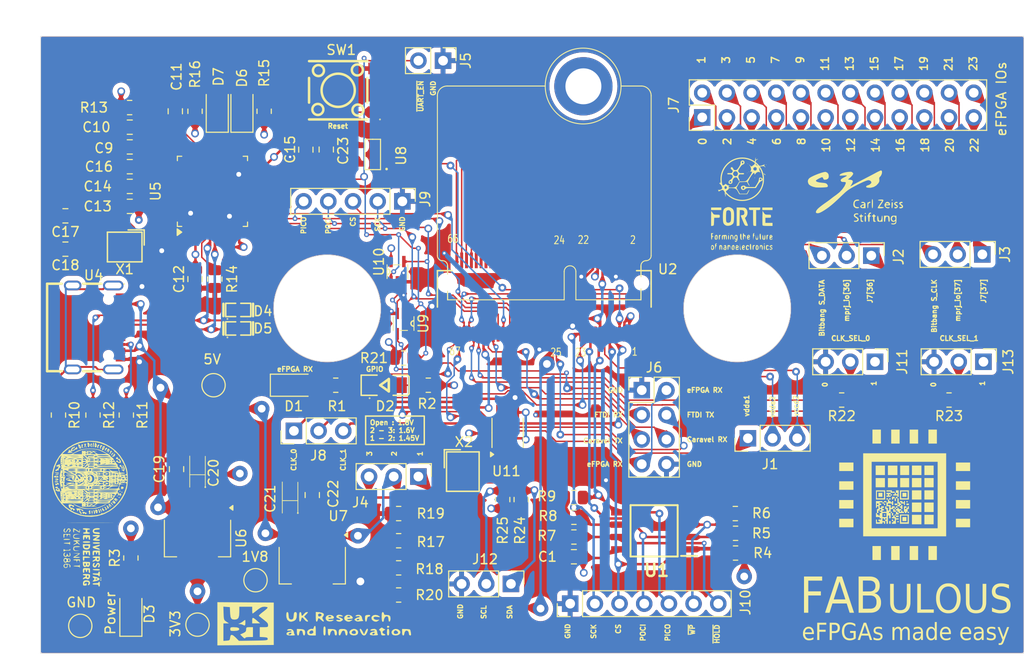
<source format=kicad_pcb>
(kicad_pcb (version 20240108) (generator "pcbnew") (generator_version "8.0")
  (title_block (title "FABulous Board") (date "2024-07-23") (rev "0.1"))
  (layers (0 "F.Cu" signal) (1 "In1.Cu" power "GND") (2 "In2.Cu" power "PWR") (31 "B.Cu" signal) (34 "B.Paste" user) (35 "F.Paste" user) (36 "B.SilkS" user "B.Silkscreen") (37 "F.SilkS" user "F.Silkscreen") (38 "B.Mask" user) (39 "F.Mask" user) (44 "Edge.Cuts" user))
  (net 0 "")
  (net 1 "+3V3")
  (net 2 "GND")
  (net 3 "/Caravel Connections/vdda2")
  (net 4 "/Caravel Connections/vccd2")
  (net 5 "+1V8")
  (net 6 "/Caravel Connections/vdda1")
  (net 7 "/PC Connection/VCCCORE")
  (net 8 "/PC Connection/VCCA")
  (net 9 "Net-(D1-A)")
  (net 10 "Net-(D2-A)")
  (net 11 "/Caravel Connections/GPIO")
  (net 12 "Net-(D6-A)")
  (net 13 "/Caravel Connections/mprj_io.37")
  (net 14 "/~{UART_EN}")
  (net 15 "/PC Connection/~{RESET}")
  (net 16 "/FTDI_SPI.SCK")
  (net 17 "Net-(U4-CC2)")
  (net 18 "Net-(U4-CC1)")
  (net 19 "/FTDI_SPI.CS")
  (net 26 "/UART.RX")
  (net 27 "/UART.TX")
  (net 28 "+5V")
  (net 29 "/Caravel Connections/mprj_io.30")
  (net 30 "/Caravel Connections/mprj_io.14")
  (net 31 "/Caravel Connections/mprj_io.31")
  (net 32 "/Caravel Connections/mprj_io.28")
  (net 33 "/Caravel Connections/mprj_io.26")
  (net 34 "/Caravel Connections/mprj_io.23")
  (net 35 "/Caravel Connections/mprj_io.15")
  (net 36 "/Caravel Connections/mprj_io.32")
  (net 37 "/Caravel Connections/Bitbang.S_CLK")
  (net 38 "/Caravel Connections/mprj_io.22")
  (net 39 "/Caravel Connections/Bitbang.S_DATA")
  (net 40 "/Caravel Connections/mprj_io.35")
  (net 41 "/Caravel Connections/mprj_io.34")
  (net 42 "/Caravel Connections/mprj_io.29")
  (net 43 "/Caravel Connections/mprj_io.18")
  (net 44 "/Caravel Connections/mprj_io.24")
  (net 45 "/Caravel Connections/mprj_io.16")
  (net 46 "/Caravel Connections/mprj_io.19")
  (net 47 "/Caravel Connections/~{RST}")
  (net 48 "/Caravel Connections/mprj_io.25")
  (net 49 "/Caravel Connections/mprj_io.33")
  (net 50 "/Caravel Connections/mprj_io.27")
  (net 51 "/Caravel Connections/mprj_io.20")
  (net 52 "/Caravel Connections/mprj_io.17")
  (net 53 "/Caravel Connections/mprj_io.21")
  (net 63 "/efpga_uart_rx")
  (net 75 "/PC Connection/Oscillator/OSC1")
  (net 76 "/PC Connection/Oscillator/OSC2")
  (net 77 "/PC Connection/D-")
  (net 78 "/PC Connection/D+")
  (net 79 "/PC Connection/RX_LED")
  (net 80 "/PC Connection/TX_LED")
  (net 81 "/Power Conversion/ADJ_1_6")
  (net 82 "/Power Conversion/ADJ")
  (net 83 "/Power Conversion/ADJ_1_45")
  (net 84 "/PC Connection/Shield")
  (net 85 "Net-(D3-A)")
  (net 86 "Net-(D7-A)")
  (net 87 "/Caravel Connections/fpga_rx_led")
  (net 88 "/PC Connection/REF")
  (net 89 "Net-(U11-XB)")
  (net 91 "/FC.clock_select_0")
  (net 92 "/I2C.SCL")
  (net 93 "/I2C.SDA")
  (net 94 "/FC.clock_select_1")
  (net 95 "/Caravel Connections/mprj_io_37_internal")
  (net 96 "/Caravel Connections/mprj_io.36")
  (net 97 "/Caravel Connections/mprj_io_36_internal")
  (net 98 "/CLK_caravel")
  (net 99 "/FC.external_clock")
  (net 100 "Net-(U11-XA)")
  (net 102 "/PC Connection/~{MR}")
  (net 103 "/FTDI_UART_RX")
  (net 104 "/FTDI_UART_TX")
  (net 105 "/CLK_efpga_0")
  (net 106 "/CLK_efpga_1")
  (net 107 "/Flash_SPI.CS")
  (net 108 "/Flash_SPI.SCK")
  (net 109 "/Flash_SPI.POCI")
  (net 110 "/Flash_SPI.PICO")
  (net 111 "/FTDI_SPI.PICO")
  (net 112 "/FTDI_SPI.POCI")
  (net 113 "/~{Flash_HOLD}")
  (net 114 "/~{Flash_WP}")
  (net 115 "Net-(J11-Pin_2)")
  (net 116 "Net-(J13-Pin_2)")
  (footprint "Resistor_SMD:R_0805_2012Metric" (layer "F.Cu") (at 158.496 117.475)
    (property "Reference" "R8")
    (property "Value" "10k")
  )
  (footprint "MicroMod-Sparkfun:M.2-CONNECTOR-E" (layer "F.Cu") (at 155.448 93.345)
    (property "Reference" "U2")
    (property "Value" "C2977809" (hide yes))
  )
  (footprint "Connector_PinHeader_2.54mm:PinHeader_1x03_P2.54mm_Vertical" (layer "F.Cu") (at 142.494 113.284 -90)
    (property "Reference" "J4")
    (property "Value" "Conn_01x03_Pin")
  )
  (footprint "easy_eda:CASE-A_3216" (layer "F.Cu") (at 129.286 115.443 90)
    (property "Reference" "C21")
    (property "Value" "4.7uF")
  )
  (footprint "Connector_PinHeader_2.54mm:PinHeader_1x03_P2.54mm_Vertical" (layer "F.Cu") (at 200.645 101.473 -90)
    (property "Reference" "J13")
    (property "Value" "Conn_01x03_Pin")
  )
  (footprint "Resistor_SMD:R_0805_2012Metric" (layer "F.Cu") (at 126.619 75.692 -90)
    (property "Reference" "R15")
    (property "Value" "150")
  )
  (footprint "Resistor_SMD:R_0805_2012Metric" (layer "F.Cu") (at 140.97 101.092)
    (property "Reference" "R21")
    (property "Value" "10k")
  )
  (footprint "Resistor_SMD:R_0805_2012Metric" (layer "F.Cu") (at 133.988 103.886 180)
    (property "Reference" "R1")
    (property "Value" "82")
  )
  (footprint "Resistor_SMD:R_0805_2012Metric" (layer "F.Cu") (at 140.462 117.094 180)
    (property "Reference" "R19")
    (property "Value" "330")
  )
  (footprint "Caravel_Board:PoR_5_SOT23" (layer "F.Cu") (at 137.795 80.137 180)
    (property "Reference" "U8")
    (property "Value" "MCP1319MT-29LE-OT")
  )
  (footprint "MicroMod-Sparkfun:MicroMod-Standoff" (layer "F.Cu") (at 159.473675 73.1235)
    (property "Reference" "H1" (hide yes))
    (property "Value" "MICROMOD-Standoff")
  )
  (footprint "Package_SO:MSOP-10_3x3mm_P0.5mm" (layer "F.Cu") (at 151.676987 108.796076 90)
    (property "Reference" "U11")
    (property "Value" "SI5351A-B-GTR")
  )
  (footprint "Resistor_SMD:R_0805_2012Metric" (layer "F.Cu") (at 158.496 115.443)
    (property "Reference" "R9")
    (property "Value" "10k")
  )
  (footprint "Resistor_SMD:R_0805_2012Metric" (layer "F.Cu") (at 151.168987 115.654076 90)
    (property "Reference" "R25")
    (property "Value" "2k")
  )
  (footprint "Connector_PinHeader_2.54mm:PinHeader_1x05_P2.54mm_Vertical" (layer "F.Cu") (at 140.843 84.963 -90)
    (property "Reference" "J9")
    (property "Value" "Conn_01x05_Pin")
  )
  (footprint "Capacitor_SMD:C_0805_2012Metric" (layer "F.Cu") (at 112.79 85.479884)
    (property "Reference" "C13")
    (property "Value" "0.1uF")
  )
  (footprint "Connector_PinHeader_2.54mm:PinHeader_1x03_P2.54mm_Vertical" (layer "F.Cu") (at 176.403 109.347 90)
    (property "Reference" "J1")
    (property "Value" "Conn_01x03_Pin")
  )
  (footprint "Resistor_SMD:R_0805_2012Metric" (layer "F.Cu") (at 112.776 75.311)
    (property "Reference" "R13")
    (property "Value" "10k")
  )
  (footprint "easy_eda:SW_SMD_4P_L6.0_W6.0-P4.5-LS8.6" (layer "F.Cu") (at 134.239 73.533 180)
    (property "Reference" "SW1")
    (property "Value" "Tactile Switch")
  )
  (footprint "easy_eda:USB-C-SMD_G-SWITCH_GT-USB-7010ASV" (layer "F.Cu") (at 109.312224 97.93991 -90)
    (property "Reference" "U4")
    (property "Value" "GT-USB-7010ASV")
  )
  (footprint "Capacitor_SMD:C_0805_2012Metric" (layer "F.Cu") (at 117.602 112.522 90)
    (property "Reference" "C19")
    (property "Value" "10uF")
  )
  (footprint "strive_foot_prints:SOT65P210X110-5N" (layer "F.Cu") (at 140.335 92.202 90)
    (property "Reference" "U10")
    (property "Value" "SN74LVC1G125DCKR")
  )
  (footprint "Resistor_SMD:R_0805_2012Metric" (layer "F.Cu") (at 109.0057 106.956884 -90)
    (property "Reference" "R12")
    (property "Value" "5.1k")
  )
  (footprint "Capacitor_SMD:C_0805_2012Metric" (layer "F.Cu") (at 106.166 86.453)
    (property "Reference" "C17")
    (property "Value" "10pF")
  )
  (footprint "TestPoint:TestPoint_Pad_D2.0mm" (layer "F.Cu") (at 119.761 128.524)
    (property "Reference" "TP3" (hide yes))
    (property "Value" "TestPoint")
  )
  (footprint "easy_eda:CASE-A_3216" (layer "F.Cu") (at 119.761 112.776 90)
    (property "Reference" "C20")
    (property "Value" "22uF")
  )
  (footprint "Resistor_SMD:R_0805_2012Metric" (layer "F.Cu") (at 112.4347 106.956884 -90)
    (property "Reference" "R11")
    (property "Value" "5.1k")
  )
  (footprint "Resistor_SMD:R_0805_2012Metric" (layer "F.Cu") (at 175.133 121.158 180)
    (property "Reference" "R4")
    (property "Value" "10k")
  )
  (footprint "Connector_PinHeader_2.54mm:PinHeader_2x04_P2.54mm_Vertical" (layer "F.Cu") (at 165.481 104.394)
    (property "Reference" "J6")
    (property "Value" "Conn_02x04_Odd_Even")
  )
  (footprint "Resistor_SMD:R_0805_2012Metric" (layer "F.Cu") (at 119.507 75.692 -90)
    (property "Reference" "R16")
    (property "Value" "150")
  )
  (footprint "Resistor_SMD:R_0805_2012Metric" (layer "F.Cu") (at 175.1095 117.094 180)
    (property "Reference" "R6")
    (property "Value" "10k")
  )
  (footprint "Connector_PinHeader_2.54mm:PinHeader_1x07_P2.54mm_Vertical" (layer "F.Cu") (at 158.115 126.365 90)
    (property "Reference" "J10")
    (property "Value" "Conn_01x07_Pin")
  )
  (footprint "Capacitor_SMD:C_0805_2012Metric" (layer "F.Cu") (at 119.507 92.964 90)
    (property "Reference" "C12")
    (property "Value" "0.1uF")
  )
  (footprint "Capacitor_SMD:C_0805_2012Metric" (layer "F.Cu") (at 158.496 121.539)
    (property "Reference" "C1")
    (property "Value" "0.1uF")
  )
  (footprint "Logos:ukripluslogo" (layer "F.Cu") (at 131.699 128.397)
    (property "Reference" "T5" (hide yes))
    (property "Value" "LOGO" (hide yes))
  )
  (footprint "Resistor_SMD:R_0805_2012Metric" (layer "F.Cu") (at 140.462 119.888 180)
    (property "Reference" "R17")
    (property "Value" "220")
  )
  (footprint "Package_TO_SOT_SMD:SOT-223-3_TabPin2" (layer "F.Cu") (at 119.761 119.634 -90)
    (property "Reference" "U6")
    (property "Value" "AMS1117-3_3")
  )
  (footprint "Resistor_SMD:R_0805_2012Metric" (layer "F.Cu") (at 197.104 105.41 180)
    (property "Reference" "R23")
    (property "Value" "10k")
  )
  (footprint "Logos:carl_zeiss_stiftung" (layer "F.Cu") (at 187.452 84.582)
    (property "Reference" "T2" (hide yes))
    (property "Value" "LOGO" (hide yes))
  )
  (footprint "strive_foot_prints:SOIC127P790X216-8N" (layer "F.Cu") (at 166.751 118.872 180)
    (property "Reference" "U1")
    (property "Value" "W25Q32JVSSIQ" (hide yes))
  )
  (footprint "Resistor_SMD:R_0805_2012Metric" (layer "F.Cu") (at 158.496 119.507)
    (property "Reference" "R7")
    (property "Value" "10k")
  )
  (footprint "Capacitor_SMD:C_0805_2012Metric" (layer "F.Cu") (at 112.79 79.361 180)
    (property "Reference" "C9")
    (property "Value" "0.1uF")
  )
  (footprint "easy_eda:CRYSTAL-SMD_4P-L3.2-W2.5-BL" (layer "F.Cu") (at 147.066 112.776 -90)
    (property "Reference" "X2")
    (property "Value" "NX3225GA-25_000M-STD-CRG-2")
  )
  (footprint "Connector_PinHeader_2.54mm:PinHeader_2x12_P2.54mm_Vertical" (layer "F.Cu") (at 171.704 76.327 90)
    (property "Reference" "J7")
    (property "Value" "Conn_02x12_Odd_Even")
  )
  (footprint "Capacitor_SMD:C_0805_2012Metric" (layer "F.Cu") (at 130.909 79.643 90)
    (property "Reference" "C15")
    (property "Value" "0.1uF")
  )
  (footprint "Connector_PinHeader_2.54mm:PinHeader_1x03_P2.54mm_Vertical" (layer "F.Cu") (at 189.103 90.551 -90)
    (property "Reference" "J2")
    (property "Value" "Conn_01x03_Pin")
  )
  (footprint "TestPoint:TestPoint_Pad_D2.0mm" (layer "F.Cu") (at 121.412 103.886 180)
    (property "Reference" "TP2" (hide yes))
    (property "Value" "TestPoint")
  )
  (footprint "Resistor_SMD:R_0805_2012Metric" (layer "F.Cu") (at 175.133 119.126 180)
    (property "Reference" "R5")
    (property "Value" "10k")
  )
  (footprint "LED_SMD:LED_1206_3216Metric" (layer "F.Cu") (at 129.543 103.886)
    (property "Reference" "D1")
    (property "Value" "C434440")
  )
  (footprint "TestPoint:TestPoint_Pad_D2.0mm" (layer "F.Cu") (at 125.73 123.952)
    (property "Reference" "TP4" (hide yes))
    (property "Value" "TestPoint")
  )
  (footprint "Capacitor_SMD:C_0805_2012Metric" (layer "F.Cu") (at 112.79 77.329 180)
    (property "Reference" "C10")
    (property "Value" "0.1uF")
  )
  (footprint "Logos:FORTE_logo_square" (layer "F.Cu") (at 175.77728 85.122313)
    (property "Reference" "T3" (hide yes))
    (property "Value" "LOGO" (hide yes))
  )
  (footprint "Connector_PinHeader_2.54mm:PinHeader_1x02_P2.54mm_Vertical" (layer "F.Cu") (at 145.034 70.485 -90)
    (property "Reference" "J5")
    (property "Value" "Conn_01x02_Pin")
  )
  (footprint "Connector_PinHeader_2.54mm:PinHeader_1x03_P2.54mm_Vertical" (layer "F.Cu") (at 189.484 101.473 -90)
    (property "Reference" "J11")
    (property "Value" "Conn_01x03_Pin")
  )
  (footprint "Capacitor_SMD:C_0805_2012Metric" (layer "F.Cu") (at 112.79 83.425)
    (property "Reference" "C14")
    (property "Value" "0.1uF")
  )
  (footprint "Resistor_SMD:R_0805_2012Metric" (layer "F.Cu") (at 140.462 125.476 180)
    (property "Reference" "R20")
    (property "Value" "120")
  )
  (footprint "Capacitor_SMD:C_0805_2012Metric" (layer "F.Cu") (at 112.79 81.393)
    (property "Reference" "C16")
    (property "Value" "0.1uF")
  )
  (footprint "easy_eda:D0603-BI" (layer "F.Cu") (at 123.952 96.139)
    (property "Reference" "D4")
    (property "Value" "PGB1010603NR")
  )
  (footprint "FABulous:fabulous_logo_qr_code_generated_25mm" (layer "F.Cu") (at 192.532 119.253)
    (property "Reference" "T1" (hide yes))
    (property "Value" "LOGO" (hide yes))
  )
  (footprint "Resistor_SMD:R_0805_2012Metric" (layer "F.Cu") (at 153.073987 115.654076 90)
    (property "Reference" "R24")
    (property "Value" "2k")
  )
  (footprint "Connector_PinHeader_2.54mm:PinHeader_1x03_P2.54mm_Vertical" (layer "F.Cu") (at 200.533 90.424 -90)
    (property "Reference" "J3")
    (property "Value" "Conn_01x03_Pin")
  )
  (footprint "Resistor_SMD:R_0805_2012Metric" (layer "F.Cu") (at 112.903 121.666 -90)
    (property "Reference" "R3")
    (property "Value" "82")
  )
  (footprint "strive_foot_prints:SOT65P210X110-5N" (layer "F.Cu") (at 140.97 97.536 -90)
    (property "Reference" "U9")
    (property "Value" "SN74LVC1G125DCKR")
  )
  (footprint "Resistor_SMD:R_0805_2012Metric" (layer "F.Cu") (at 121.539 92.964 90)
    (property "Reference" "R14")
    (property "Value" "12K")
  )
  (footprint "Capacitor_SMD:C_0805_2012Metric" (layer "F.Cu") (at 133.012 79.629 90)
    (property "Reference" "C23")
    (property "Value" "0.1uF")
  )
  (footprint "Connector_PinHeader_2.54mm:PinHeader_1x03_P2.54mm_Vertical" (layer "F.Cu") (at 129.682 108.585 90)
    (property "Reference" "J8")
    (property "Value" "Conn_01x03_Pin")
  )
  (footprint "Resistor_SMD:R_0805_2012Metric" (layer "F.Cu") (at 186.055 105.41 180)
    (property "Reference" "R22")
    (property "Value" "10k")
  )
  (footprint "Connector_PinHeader_2.54mm:PinHeader_1x03_P2.54mm_Vertical" (layer "F.Cu") (at 152.019 124.333 -90)
    (property "Reference" "J12")
    (property "Value" "Conn_01x03_Pin")
  )
  (footprint "Capacitor_SMD:C_0805_2012Metric" (layer "F.Cu") (at 117.475 75.692 -90)
    (property "Reference" "C11")
    (property "Value" "0.1uF")
  )
  (footprint "Package_TO_SOT_SMD:SOT-223-3_TabPin2" (layer "F.Cu") (at 131.572 122.428 -90)
    (property "Reference" "U7")
    (property "Value" "SPX1117M3-L-1-5_TR")
  )
  (footprint "LED_SMD:LED_1206_3216Metric" (layer "F.Cu") (at 112.903 127.43425 90)
    (property "Reference" "D3")
    (property "Value" "C965826")
  )
  (footprint "easy_eda:LED1206-R-RD_RED" (layer "F.Cu") (at 139.068 103.886 180)
    (property "Reference" "D2")
    (property "Value" "C965822")
  )
  (footprint "Capacitor_SMD:C_0805_2012Metric" (layer "F.Cu") (at 106.166 89.882)
    (property "Reference" "C18")
    (property "Value" "10pF")
  )
  (footprint "Capacitor_SMD:C_0805_2012Metric" (layer "F.Cu") (at 131.572 115.189 90)
    (property "Reference" "C22")
    (property "Value" "10uF")
  )
  (footprint "easy_eda:CRYSTAL-SMD_4P-L2.5-W2.0-BL" (layer "F.Cu") (at 112.268 89.662 180)
    (property "Reference" "X1")
    (property "Value" "TXM12M0004252DBCEO00T")
  )
  (footprint "Resistor_SMD:R_0805_2012Metric" (layer "F.Cu") (at 105.4497 106.956884 -90)
    (property "Reference" "R10")
    (property "Value" "0")
  )
  (footprint "Resistor_SMD:R_0805_2012Metric" (layer "F.Cu") (at 140.462 122.682)
    (property "Reference" "R18")
    (property "Value" "510")
  )
  (footprint "LED_SMD:LED_1206_3216Metric" (layer "F.Cu") (at 124.333 75.565 90)
    (property "Reference" "D6")
    (property "Value" "C965826")
  )
  (footprint "Resistor_SMD:R_0805_2012Metric" (layer "F.Cu") (at 143.513 103.886 180)
    (property "Reference" "R2")
    (property "Value" "82")
  )
  (footprint "Logos:heidelberg-university-logo" (layer "F.Cu") (at 108.712 117.094 -90)
    (property "Reference" "T4" (hide yes))
    (property "Value" "LOGO" (hide yes))
  )
  (footprint "TestPoint:TestPoint_Pad_D2.0mm" (layer "F.Cu") (at 107.696 128.651)
    (property "Reference" "TP1" (hide yes))
    (property "Value" "TestPoint")
  )
  (footprint "LED_SMD:LED_1206_3216Metric" (layer "F.Cu") (at 121.793 75.565 90)
    (property "Reference" "D7")
    (property "Value" "C965826")
  )
  (footprint "easy_eda:D0603-BI" (layer "F.Cu") (at 123.952 98.044)
    (property "Reference" "D5")
    (property "Value" "PGB1010603NR")
  )
  (footprint "Package_QFP:LQFP-48-1EP_7x7mm_P0.5mm_EP3.6x3.6mm" (layer "F.Cu") (at 121.299 83.933 90)
    (property "Reference" "U5")
    (property "Value" "FT232H")
  )
  (gr_rect (start 103.6057 67.976884) (end 204.8057 131.476884) (stroke (width 0.05)) (fill none) (layer "Edge.Cuts"))
  (gr_circle (center 133.1057 95.976884) (end 138.6057 95.976884) (stroke (width 0.05)) (fill none) (layer "Edge.Cuts"))
  (gr_circle (center 175.3057 95.976884) (end 180.8057 95.976884) (stroke (width 0.05)) (fill none) (layer "Edge.Cuts"))
  (gr_text "J7[36]" (at 188.976 95.504 90) (layer "F.SilkS") (effects (font (size 0.5 0.5) (thickness 0.125)) (justify left)))
  (gr_text "Reset\n" (at 133.096 77.216 0) (layer "F.SilkS") (effects (font (size 0.5 0.5) (thickness 0.125)) (justify left)))
  (gr_text "mprj_io[37]" (at 197.993 97.409 90) (layer "F.SilkS") (effects (font (size 0.5 0.5) (thickness 0.125)) (justify left)))
  (gr_text "J7[37]" (at 200.66 95.504 90) (layer "F.SilkS") (effects (font (size 0.5 0.5) (thickness 0.125)) (justify left)))
  (gr_text "SCL" (at 149.225 128.016 90) (layer "F.SilkS") (effects (font (size 0.5 0.5) (thickness 0.125)) (justify left)))
  (gr_text "GND" (at 140.843 88.138 90) (layer "F.SilkS") (effects (font (size 0.5 0.5) (thickness 0.125)) (justify left)))
  (gr_text "Caravel TX" (at 159.385 109.601 0) (layer "F.SilkS") (effects (font (size 0.5 0.5) (thickness 0.125)) (justify left)))
  (gr_text "3" (at 137.464037 111.252 90) (layer "F.SilkS") (effects (font (size 0.5 0.5) (thickness 0.125)) (justify left)))
  (gr_text "GND" (at 144.018 74.168 90) (layer "F.SilkS") (effects (font (size 0.5 0.5) (thickness 0.125)) (justify left)))
  (gr_text "1" (at 189.372 104.013 90) (layer "F.SilkS") (effects (font (size 0.5 0.5) (thickness 0.125)) (justify left)))
  (gr_text "GND" (at 157.861 130.048 90) (layer "F.SilkS") (effects (font (size 0.5 0.5) (thickness 0.125)) (justify left)))
  (gr_text "GND" (at 146.812 128.016 90) (layer "F.SilkS") (effects (font (size 0.5 0.5) (thickness 0.125)) (justify left)))
  (gr_text "CLK_1" (at 134.747 112.776 90) (layer "F.SilkS") (effects (font (size 0.5 0.5) (thickness 0.125)) (justify left)))
  (gr_text "GND" (at 106.172 126.238 0) (layer "F.SilkS") (effects (font (size 1 1)) (justify left)))
  (gr_text "0" (at 184.292 103.505 -90) (layer "F.SilkS") (effects (font (size 0.5 0.5) (thickness 0.125)) (justify left)))
  (gr_text "SDA" (at 151.892 128.016 90) (layer "F.SilkS") (effects (font (size 0.5 0.5) (thickness 0.125)) (justify left)))
  (gr_text "CLK_SEL_1" (at 196.073 99.06 0) (layer "F.SilkS") (effects (font (size 0.5 0.5) (thickness 0.125)) (justify left)))
  (gr_text "FTDI TX" (at 170.053 106.934 0) (layer "F.SilkS") (effects (font (size 0.5 0.5) (thickness 0.125)) (justify left)))
  (gr_text "GPIO" (at 137.033 102.235 0) (layer "F.SilkS") (effects (font (size 0.5 0.5) (thickness 0.125)) (justify left)))
  (gr_text "Power" (at 111.379 129.667 90) (layer "F.SilkS") (effects (font (size 1 1)) (justify left bottom)))
  (gr_text "eFPGA IOs" (at 203.073 78.359 90) (layer "F.SilkS") (effects (font (size 1 1)) (justify left bottom)))
  (gr_text "0" (at 195.453 103.505 -90) (layer "F.SilkS") (effects (font (size 0.5 0.5) (thickness 0.125)) (justify left)))
  (gr_text "eFPGA RX" (at 159.766 112.014 0) (layer "F.SilkS") (effects (font (size 0.5 0.5) (thickness 0.125)) (justify left)))
  (gr_text "PICO" (at 168.148 130.302 90) (layer "F.SilkS") (effects (font (size 0.5 0.5) (thickness 0.125)) (justify left)))
  (gr_text "5V\n" (at 120.269 101.219 0) (layer "F.SilkS") (effects (font (size 1 1)) (justify left)))
  (gr_text "Bitbang S_DATA" (at 184.023 98.933 90) (layer "F.SilkS") (effects (font (size 0.5 0.5) (thickness 0.125)) (justify left)))
  (gr_text "vdda1" (at 176.276 107.188 90) (layer "F.SilkS") (effects (font (size 0.5 0.5) (thickness 0.125)) (justify left)))
  (gr_text "CLK_0" (at 129.667 112.776 90) (layer "F.SilkS") (effects (font (size 0.5 0.5) (thickness 0.125)) (justify left)))
  (gr_text "~{WP}" (at 170.688 129.667 90) (layer "F.SilkS") (effects (font (size 0.5 0.5) (thickness 0.125)) (justify left)))
  (gr_text "SCK" (at 160.528 130.048 90) (layer "F.SilkS") (effects (font (size 0.5 0.5) (thickness 0.125)) (justify left)))
  (gr_text "eFPGA RX" (at 127.889 102.235 0) (layer "F.SilkS") (effects (font (size 0.5 0.5) (thickness 0.125)) (justify left)))
  (gr_text "mprj_io[36]" (at 186.563 97.409 90) (layer "F.SilkS") (effects (font (size 0.5 0.5) (thickness 0.125)) (justify left)))
  (gr_text "CS" (at 163.068 129.54 90) (layer "F.SilkS") (effects (font (size 0.5 0.5) (thickness 0.125)) (justify left)))
  (gr_text "PICO" (at 130.683 88.392 90) (layer "F.SilkS") (effects (font (size 0.5 0.5) (thickness 0.125)) (justify left)))
  (gr_text "GND" (at 161.925 104.394 0) (layer "F.SilkS") (effects (font (size 0.5 0.5) (thickness 0.125)) (justify left)))
  (gr_text "CS" (at 135.763 87.63 90) (layer "F.SilkS") (effects (font (size 0.5 0.5) (thickness 0.125)) (justify left)))
  (gr_text "GND" (at 170.053 112.014 0) (layer "F.SilkS") (effects (font (size 0.5 0.5) (thickness 0.125)) (justify left)))
  (gr_text "Bitbang S_CLK" (at 195.58 98.552 90) (layer "F.SilkS") (effects (font (size 0.5 0.5) (thickness 0.125)) (justify left)))
  (gr_text "1V8" (at 124.206 121.539 0) (layer "F.SilkS") (effects (font (size 1 1)) (justify left)))
  (gr_text "3V3" (at 117.475 129.921 90) (layer "F.SilkS") (effects (font (size 1 1)) (justify left)))
  (gr_text "eFPGA RX" (at 170.053 104.394 0) (layer "F.SilkS") (effects (font (size 0.5 0.5) (thickness 0.125)) (justify left)))
  (gr_text "vccd2" (at 181.356 107.188 90) (layer "F.SilkS") (effects (font (size 0.5 0.5) (thickness 0.125)) (justify left)))
  (gr_text "POCI" (at 133.223 88.392 90) (layer "F.SilkS") (effects (font (size 0.5 0.5) (thickness 0.125)) (justify left)))
  (gr_text "~{UART_EN}" (at 142.748 75.819 90) (layer "F.SilkS") (effects (font (size 0.5 0.5) (thickness 0.125)) (justify left)))
  (gr_text "~{HOLD}" (at 173.228 130.556 90) (layer "F.SilkS") (effects (font (size 0.5 0.5) (thickness 0.125)) (justify left)))
  (gr_text "1" (at 142.671037 111.252 90) (layer "F.SilkS") (effects (font (size 0.5 0.5) (thickness 0.125)) (justify left)))
  (gr_text "CLK_SEL_0" (at 184.912 99.06 0) (layer "F.SilkS") (effects (font (size 0.5 0.5) (thickness 0.125)) (justify left)))
  (gr_text "1" (at 200.533 104.013 90) (layer "F.SilkS") (effects (font (size 0.5 0.5) (thickness 0.125)) (justify left)))
  (gr_text "2" (at 140.004037 111.252 90) (layer "F.SilkS") (effects (font (size 0.5 0.5) (thickness 0.125)) (justify left)))
  (gr_text "FTDI RX" (at 160.528 106.934 0) (layer "F.SilkS") (effects (font (size 0.5 0.5) (thickness 0.125)) (justify left)))
  (gr_text "POCI" (at 165.608 130.302 90) (layer "F.SilkS") (effects (font (size 0.5 0.5) (thickness 0.125)) (justify left)))
  (gr_text "vdda2" (at 178.943 107.315 90) (layer "F.SilkS") (effects (font (size 0.5 0.5) (thickness 0.125)) (justify left)))
  (gr_text "Caravel RX" (at 170.053 109.474 0) (layer "F.SilkS") (effects (font (size 0.5 0.5) (thickness 0.125)) (justify left)))
  (gr_text "SCK" (at 138.303 88.138 90) (layer "F.SilkS") (effects (font (size 0.5 0.5) (thickness 0.125)) (justify left)))
  (gr_text_box "1\n\n3\n\n5\n\n7\n\n9\n\n11\n\n13\n\n15\n\n17\n\n19\n\n21\n\n23" (start 170.561 69.342) (end 200.533 71.882) (angle 90) (layer "F.SilkS") (effects (font (size 0.79 0.79)) (justify right top)) (border no))
  (gr_text_box "0\n\n2\n\n4\n\n6\n\n8\n\n10\n\n12\n\n14\n\n16\n\n18\n\n20\n\n22" (start 170.688 77.724) (end 200.66 80.264) (angle 90) (layer "F.SilkS") (effects (font (size 0.79 0.79)) (justify right top)) (border no))
  (gr_text_box "Open : 1.8V\n2 - 3: 1.6V\n1 - 2: 1.45V" (start 137.06475 107.061) (end 143.09725 109.982) (layer "F.SilkS") (effects (font (size 0.5 0.5) (thickness 0.125)) (justify left top)) (border yes) (stroke (width 0.15)))
  (segment (start 113.74 85.479884) (end 113.74 86.861422) (width 0.254) (layer "F.Cu") (net 1))
  (segment (start 119.507 76.6045) (end 119.507 77.978) (width 0.254) (layer "F.Cu") (net 1))
  (segment (start 127.635 80.391) (end 129.333 78.693) (width 0.254) (layer "F.Cu") (net 1))
  (segment (start 119.761 113.975898) (end 121.721723 113.975898) (width 0.254) (layer "F.Cu") (net 1))
  (segment (start 139.446 99.5915) (end 139.446 99.441) (width 0.1524) (layer "F.Cu") (net 1))
  (segment (start 129.333 78.693) (end 130.909 78.693) (width 0.254) (layer "F.Cu") (net 1))
  (segment (start 113.74 86.861422) (end 113.7187 86.882722) (width 0.254) (layer "F.Cu") (net 1))
  (segment (start 136.37 80.49) (end 134.559 78.679) (width 0.254) (layer "F.Cu") (net 1))
  (segment (start 117.424 82.683) (end 114.482 82.683) (width 0.254) (layer "F.Cu") (net 1))
  (segment (start 159.573 121.666) (end 159.446 121.539) (width 0.254) (layer "F.Cu") (net 1))
  (segment (start 124.5137 89.670884) (end 124.049 89.206184) (width 0.254) (layer "F.Cu") (net 1))
  (segment (start 140.0575 101.092) (end 140.0575 100.0525) (width 0.1524) (layer "F.Cu") (net 1))
  (segment (start 139.6746 91.1606) (end 139.6746 89.8144) (width 0.1524) (layer "F.Cu") (net 1))
  (segment (start 124.049 89.206184) (end 124.049 87.808) (width 0.254) (layer "F.Cu") (net 1))
  (segment (start 114.53 82.183) (end 113.74 81.393) (width 0.254) (layer "F.Cu") (net 1))
  (segment (start 164.338 96.774) (end 163.698 97.414) (width 0.254) (layer "F.Cu") (net 1))
  (segment (start 144.4255 103.886) (end 146.177 103.886) (width 0.254) (layer "F.Cu") (net 1))
  (segment (start 111.887 75.4145) (end 111.887 73.66) (width 0.254) (layer "F.Cu") (net 1))
  (segment (start 134.559 78.679) (end 133.012 78.679) (width 0.254) (layer "F.Cu") (net 1))
  (segment (start 157.5835 117.475) (end 157.5835 115.443) (width 0.254) (layer "F.Cu") (net 1))
  (segment (start 122.049 88.0955) (end 122.049 89.283) (width 0.254) (layer "F.Cu") (net 1))
  (segment (start 125.4615 81.183) (end 126.843 81.183) (width 0.254) (layer "F.Cu") (net 1))
  (segment (start 124.1187 112.975921) (end 122.7217 112.975921) (width 0.254) (layer "F.Cu") (net 1))
  (segment (start 176.0455 117.1175) (end 176.022 117.094) (width 0.254) (layer "F.Cu") (net 1))
  (segment (start 141.6304 99.5191) (end 141.6304 98.5774) (width 0.1524) (layer "F.Cu") (net 1))
  (segment (start 164.338 96.774) (end 164.198 96.914) (width 0.254) (layer "F.Cu") (net 1))
  (segment (start 122.7217 112.975921) (end 122.0867 113.610921) (width 0.254) (layer "F.Cu") (net 1))
  (segment (start 176.0455 121.158) (end 176.0455 123.5475) (width 0.254) (layer "F.Cu") (net 1))
  (segment (start 150.659576 110.908576) (end 150.676987 110.908576) (width 0.254) (layer "F.Cu") (net 1))
  (segment (start 119.761 122.603977) (end 119.761 125.095) (width 0.508) (layer "F.Cu") (net 1))
  (segment (start 136.37 81.087) (end 136.37 80.49) (width 0.254) (layer "F.Cu") (net 1))
  (segment (start 164.198 96.914) (end 164.198 98.62) (width 0.254) (layer "F.Cu") (net 1))
  (segment (start 114.482 82.683) (end 113.74 83.425) (width 0.254) (layer "F.Cu") (net 1))
  (segment (start 147.701 108.839) (end 148.59 108.839) (width 0.254) (layer "F.Cu") (net 1))
  (segment (start 111.887 73.66) (end 111.9105 73.6365) (width 0.254) (layer "F.Cu") (net 1))
  (segment (start 141.6304 98.5774) (end 141.6304 99.6696) (width 0.1524) (layer "F.Cu") (net 1))
  (segment (start 159.446 121.539) (end 159.446 123.124) (width 0.254) (layer "F.Cu") (net 1))
  (segment (start 140.0575 101.092) (end 141.6304 99.5191) (width 0.1524) (layer "F.Cu") (net 1))
  (segment (start 126.843 81.183) (end 127.635 80.391) (width 0.254) (layer "F.Cu") (net 1))
  (segment (start 113.74 86.092) (end 114.149 85.683) (width 0.1524) (layer "F.Cu") (net 1))
  (segment (start 153.073987 116.566576) (end 151.168987 116.566576) (width 0.254) (layer "F.Cu") (net 1))
  (segment (start 140.4385 100.584) (end 140.716 100.584) (width 0.1524) (layer "F.Cu") (net 1))
  (segment (start 122.436884 89.670884) (end 124.5137 89.670884) (width 0.254) (layer "F.Cu") (net 1))
  (segment (start 112.903 120.7535) (end 112.903 118.618) (width 0.254) (layer "F.Cu") (net 1))
  (segment (start 113.74 83.425) (end 113.74 81.393) (width 0.254) (layer "F.Cu") (net 1))
  (segment (start 160.948 92.417) (end 160.655 92.71) (width 0.254) (layer "F.Cu") (net 1))
  (segment (start 144.4255 103.886) (end 144.402 103.9095) (width 0.254) (layer "F.Cu") (net 1))
  (segment (start 119.761 113.975898) (end 119.761 116.664048) (width 0.254) (layer "F.Cu") (net 1))
  (segment (start 140.0575 100.0525) (end 139.446 99.441) (width 0.1524) (layer "F.Cu") (net 1))
  (segment (start 140.4385 100.584) (end 139.446 99.5915) (width 0.1524) (layer "F.Cu") (net 1))
  (segment (start 117.424 85.683) (end 114.149 85.683) (width 0.254) (layer "F.Cu") (net 1))
  (segment (start 149.987 116.566576) (end 151.168987 116.566576) (width 0.254) (layer "F.Cu") (net 1))
  (segment (start 157.5835 119.6765) (end 157.5835 117.475) (width 0.254) (layer "F.Cu") (net 1))
  (segment (start 176.0455 119.126) (end 176.0455 117.1175) (width 0.254) (layer "F.Cu") (net 1))
  (segment (start 148.59 108.839) (end 150.659576 110.908576) (width 0.254) (layer "F.Cu") (net 1))
  (segment (start 121.721723 113.975898) (end 122.0867 113.610921) (width 0.254) (layer "F.Cu") (net 1))
  (segment (start 160.948 91.07) (end 160.948 92.417) (width 0.254) (layer "F.Cu") (net 1))
  (segment (start 176.0455 121.158) (end 176.0455 119.126) (width 0.254) (layer "F.Cu") (net 1))
  (segment (start 139.6746 89.8144) (end 139.7 89.789) (width 0.1524) (layer "F.Cu") (net 1))
  (segment (start 126.619 76.6045) (end 126.619 78.105) (width 0.254) (layer "F.Cu") (net 1))
  (segment (start 122.049 89.283) (end 122.436884 89.670884) (width 0.254) (layer "F.Cu") (net 1))
  (segment (start 159.446 121.539) (end 157.5835 119.6765) (width 0.254) (layer "F.Cu") (net 1))
  (segment (start 132.998 78.693) (end 133.012 78.679) (width 0.254) (layer "F.Cu") (net 1))
  (segment (start 117.424 82.183) (end 114.53 82.183) (width 0.254) (layer "F.Cu") (net 1))
  (segment (start 162.556631 120.777) (end 161.667631 121.666) (width 0.254) (layer "F.Cu") (net 1))
  (segment (start 140.716 100.584) (end 141.478 99.822) (width 0.1524) (layer "F.Cu") (net 1))
  (segment (start 159.446 123.124) (end 159.512 123.19) (width 0.254) (layer "F.Cu") (net 1))
  (segment (start 176.0455 123.5475) (end 176.022 123.571) (width 0.254) (layer "F.Cu") (net 1))
  (segment (start 113.74 83.425) (end 113.74 85.479884) (width 0.254) (layer "F.Cu") (net 1))
  (segment (start 141.6304 99.6696) (end 141.478 99.822) (width 0.1524) (layer "F.Cu") (net 1))
  (segment (start 161.667631 121.666) (end 159.573 121.666) (width 0.254) (layer "F.Cu") (net 1))
  (segment (start 163.151 120.777) (end 162.556631 120.777) (width 0.254) (layer "F.Cu") (net 1))
  (segment (start 119.549 88.0955) (end 119.549 91.586) (width 0.254) (layer "F.Cu") (net 1))
  (segment (start 130.909 78.693) (end 132.998 78.693) (width 0.254) (layer "F.Cu") (net 1))
  (segment (start 163.698 97.414) (end 163.698 98.62) (width 0.254) (layer "F.Cu") (net 1))
  (segment (start 119.761 125.095) (end 119.761 128.524) (width 0.254) (layer "F.Cu") (net 1))
  (segment (start 119.761 115.936621) (end 119.761 116.484) (width 0.254) (layer "F.Cu") (net 1))
  (via (at 113.7187 86.882722) (size 0.8) (drill 0.4) (layers "F.Cu" "B.Cu") (net 1))
  (via (at 139.446 99.441) (size 0.8) (drill 0.5) (layers "F.Cu" "B.Cu") (net 1))
  (via (at 164.338 96.774) (size 0.8) (drill 0.5) (layers "F.Cu" "B.Cu") (net 1))
  (via (at 124.5137 89.670884) (size 0.8) (drill 0.5) (layers "F.Cu" "B.Cu") (net 1))
  (via (at 127.635 80.391) (size 0.8) (drill 0.5) (layers "F.Cu" "B.Cu") (net 1))
  (via (at 124.1187 112.975921) (size 1.6) (drill 0.8) (layers "F.Cu" "B.Cu") (net 1))
  (via (at 119.761 125.095) (size 1.6) (drill 0.8) (layers "F.Cu" "B.Cu") (net 1))
  (via (at 126.619 78.105) (size 0.8) (drill 0.5) (layers "F.Cu" "B.Cu") (net 1))
  (via (at 119.549 90.424) (size 0.8) (drill 0.5) (layers "F.Cu" "B.Cu") (net 1))
  (via (at 146.177 103.886) (size 0.8) (drill 0.5) (layers "F.Cu" "B.Cu") (net 1))
  (via (at 176.022 123.571) (size 1.6) (drill 0.8) (layers "F.Cu" "B.Cu") (net 1))
  (via (at 149.987 116.566576) (size 0.8) (drill 0.5) (layers "F.Cu" "B.Cu") (net 1))
  (via (at 119.507 77.978) (size 0.8) (drill 0.5) (layers "F.Cu" "B.Cu") (net 1))
  (via (at 112.903 118.618) (size 1.6) (drill 0.8) (layers "F.Cu" "B.Cu") (net 1))
  (via (at 111.9105 73.6365) (size 0.8) (drill 0.5) (layers "F.Cu" "B.Cu") (net 1))
  (via (at 139.7 89.789) (size 0.8) (drill 0.5) (layers "F.Cu" "B.Cu") (net 1))
  (via (at 160.655 92.71) (size 0.8) (drill 0.5) (layers "F.Cu" "B.Cu") (net 1))
  (via (at 159.512 123.19) (size 0.8) (drill 0.5) (layers "F.Cu" "B.Cu") (net 1))
  (via (at 147.701 108.839) (size 0.8) (drill 0.5) (layers "F.Cu" "B.Cu") (net 1))
  (segment (start 119.8007 125.0553) (end 119.761 125.095) (width 0.254) (layer "B.Cu") (net 1))
  (segment (start 123.549 86.995884) (end 123.049 86.495884) (width 0.254) (layer "F.Cu") (net 2))
  (segment (start 117.076384 86.622884) (end 117.1365 86.683) (width 0.1524) (layer "F.Cu") (net 2))
  (segment (start 160.448 91.9522) (end 159.6878 92.7124) (width 0.254) (layer "F.Cu") (net 2))
  (segment (start 123.049 88.0955) (end 123.049 85.683) (width 0.254) (layer "F.Cu") (net 2))
  (segment (start 123.049 82.183) (end 124.0057 82.183) (width 0.254) (layer "F.Cu") (net 2))
  (segment (start 119.044292 81.678292) (end 121.299 83.933) (width 0.254) (layer "F.Cu") (net 2))
  (segment (start 160.448 91.07) (end 160.448 91.9522) (width 0.254) (layer "F.Cu") (net 2))
  (segment (start 123.049 82.183) (end 121.299 83.933) (width 0.254) (layer "F.Cu") (net 2))
  (segment (start 122.549 88.0955) (end 122.549 87.003884) (width 0.254) (layer "F.Cu") (net 2))
  (segment (start 161.948 91.844) (end 162.814 92.71) (width 0.254) (layer "F.Cu") (net 2))
  (segment (start 117.1365 86.183) (end 117.1365 86.683) (width 0.254) (layer "F.Cu") (net 2))
  (segment (start 154.94 100.203) (end 155.321 100.203) (width 0.254) (layer "F.Cu") (net 2))
  (segment (start 119.049 81.673584) (end 119.044292 81.678292) (width 0.254) (layer "F.Cu") (net 2))
  (segment (start 140.3096 95.2754) (end 140.97 94.615) (width 0.1524) (layer "F.Cu") (net 2))
  (segment (start 113.458783 101.139783) (end 113.792 101.473) (width 0.1524) (layer "F.Cu") (net 2))
  (segment (start 140.9954 94.5896) (end 140.97 94.615) (width 0.1524) (layer "F.Cu") (net 2))
  (segment (start 117.424 83.683) (end 121.049 83.683) (width 0.254) (layer "F.Cu") (net 2))
  (segment (start 140.3096 96.4946) (end 139.9286 96.4946) (width 0.1524) (layer "F.Cu") (net 2))
  (segment (start 159.6878 92.7124) (end 159.258 92.7124) (width 0.254) (layer "F.Cu") (net 2))
  (segment (start 161.948 91.07) (end 161.948 91.844) (width 0.254) (layer "F.Cu") (net 2))
  (segment (start 139.9286 96.4946) (end 139.7 96.266) (width 0.1524) (layer "F.Cu") (net 2))
  (segment (start 118.549 79.7705) (end 118.549 81.183) (width 0.254) (layer "F.Cu") (net 2))
  (segment (start 123.049 86.495884) (end 123.049 87.5955) (width 0.254) (layer "F.Cu") (net 2))
  (segment (start 140.9954 92.3544) (end 140.97 92.329) (width 0.1524) (layer "F.Cu") (net 2))
  (segment (start 111.712249 101.139783) (end 113.458783 101.139783) (width 0.1524) (layer "F.Cu") (net 2))
  (segment (start 120.049 88.0955) (end 120.049 85.183) (width 0.254) (layer "F.Cu") (net 2))
  (segment (start 123.549 81.683) (end 123.049 82.183) (width 0.254) (layer "F.Cu") (net 2))
  (segment (start 123.549 87.003884) (end 123.549 86.995884) (width 0.254) (layer "F.Cu") (net 2))
  (segment (start 117.424 83.183) (end 120.549 83.183) (width 0.254) (layer "F.Cu") (net 2))
  (segment (start 125.4615 81.683) (end 123.549 81.683) (width 0.254) (layer "F.Cu") (net 2))
  (segment (start 125.4615 82.183) (end 124.0057 82.183) (width 0.254) (layer "F.Cu") (net 2))
  (segment (start 140.9954 93.2434) (end 140.9954 94.5896) (width 0.1524) (layer "F.Cu") (net 2))
  (segment (start 122.549 86.995884) (end 123.049 86.495884) (width 0.254) (layer "F.Cu") (net 2))
  (segment (start 152.442605 105.156) (end 152.167303 105.156) (width 0.254) (layer "F.Cu") (net 2))
  (segment (start 123.549 88.0955) (end 123.549 87.003884) (width 0.254) (layer "F.Cu") (net 2))
  (segment (start 155.321 100.203) (end 155.698 99.826) (width 0.254) (layer "F.Cu") (net 2))
  (segment (start 119.049 79.7705) (end 119.049 81.673584) (width 0.254) (layer "F.Cu") (net 2))
  (segment (start 140.9954 93.2434) (end 140.9954 92.3544) (width 0.1524) (layer "F.Cu") (net 2))
  (segment (start 117.1365 86.183) (end 119.049 86.183) (width 0.254) (layer "F.Cu") (net 2))
  (segment (start 123.049 85.683) (end 121.299 83.933) (width 0.254) (layer "F.Cu") (net 2))
  (segment (start 112.651014 94.739986) (end 111.712249 94.739986) (width 0.1524) (layer "F.Cu") (net 2))
  (segment (start 121.049 83.683) (end 121.299 83.933) (width 0.254) (layer "F.Cu") (net 2))
  (segment (start 122.549 85.183) (end 121.299 83.933) (width 0.254) (layer "F.Cu") (net 2))
  (segment (start 155.698 99.826) (end 155.698 98.62) (width 0.254) (layer "F.Cu") (net 2))
  (segment (start 120.049 85.183) (end 121.299 83.933) (width 0.254) (layer "F.Cu") (net 2))
  (segment (start 119.049 86.183) (end 121.299 83.933) (width 0.254) (layer "F.Cu") (net 2))
  (segment (start 151.676987 105.646316) (end 151.676987 106.683576) (width 0.254) (layer "F.Cu") (net 2))
  (segment (start 118.549 81.183) (end 119.044292 81.678292) (width 0.254) (layer "F.Cu") (net 2))
  (segment (start 113.665 93.726) (end 112.651014 94.739986) (width 0.1524) (layer "F.Cu") (net 2))
  (segment (start 140.3096 96.4946) (end 140.3096 95.2754) (width 0.1524) (layer "F.Cu") (net 2))
  (segment (start 118.549 79.134184) (end 118.549 80.058) (width 0.254) (layer "F.Cu") (net 2))
  (segment (start 120.549 83.183) (end 121.299 83.933) (width 0.254) (layer "F.Cu") (net 2))
  (segment (start 114.046 93.726) (end 113.665 93.726) (width 0.1524) (layer "F.Cu") (net 2))
  (segment (start 122.549 87.003884) (end 122.549 86.995884) (width 0.254) (layer "F.Cu") (net 2))
  (segment (start 152.167303 105.156) (end 151.676987 105.646316) (width 0.254) (layer "F.Cu") (net 2))
  (via (at 159.258 92.7124) (size 0.8) (drill 0.4) (layers "F.Cu" "B.Cu") (net 2))
  (via (at 158.369 97.79) (size 0.8) (drill 0.5) (layers "F.Cu" "B.Cu") (net 2))
  (via (at 161.798 113.665) (size 0.8) (drill 0.4) (layers "F.Cu" "B.Cu") (net 2))
  (via (at 152.442605 105.156) (size 0.8) (drill 0.5) (layers "F.Cu" "B.Cu") (net 2))
  (via (at 140.97 92.329) (size 0.5) (drill 0.25) (layers "F.Cu" "B.Cu") (net 2))
  (via (at 136.525 124.079) (size 1.6) (drill 0.8) (layers "F.Cu" "B.Cu") (net 2))
  (via (at 140.97 94.615) (size 0.5) (drill 0.25) (layers "F.Cu" "B.Cu") (net 2))
  (via (at 162.814 92.71) (size 0.8) (drill 0.4) (layers "F.Cu" "B.Cu") (net 2))
  (via (at 113.792 101.473) (size 0.8) (drill 0.5) (layers "F.Cu" "B.Cu") (net 2))
  (via (at 123.049 86.495884) (size 0.8) (drill 0.5) (layers "F.Cu" "B.Cu") (net 2))
  (via (at 129.286 80.391) (size 0.5) (drill 0.25) (layers "F.Cu" "B.Cu") (net 2))
  (via (at 119.049 86.183) (size 0.8) (drill 0.5) (layers "F.Cu" "B.Cu") (net 2))
  (via (at 154.559 106.934) (size 0.5) (drill 0.25) (layers "F.Cu" "B.Cu") (net 2))
  (via (at 143.891 95.758) (size 0.8) (drill 0.5) (layers "F.Cu" "B.Cu") (net 2))
  (via (at 154.94 100.203) (size 0.8) (drill 0.4) (layers "F.Cu" "B.Cu") (net 2))
  (via (at 116.078 90.043) (size 0.8) (drill 0.5) (layers "F.Cu" "B.Cu") (net 2))
  (via (at 139.7 96.266) (size 0.5) (drill 0.25) (layers "F.Cu" "B.Cu") (net 2))
  (via (at 145.161 90.297) (size 0.5) (drill 0.25) (layers "F.Cu" "B.Cu") (net 2))
  (via (at 114.046 93.726) (size 0.8) (drill 0.5) (layers "F.Cu" "B.Cu") (net 2))
  (via (at 124.0057 82.183) (size 0.8) (drill 0.5) (layers "F.Cu" "B.Cu") (net 2))
  (segment (start 195.565 101.996) (end 195.565 101.473) (width 0.1524) (layer "B.Cu") (net 2))
  (segment (start 140.335 84.201) (end 140.462 84.074) (width 0.1524) (layer "B.Cu") (net 2))
  (segment (start 163.068 102.108) (end 161.671 100.711) (width 0.1524) (layer "F.Cu") (net 3))
  (segment (start 178.689 102.997) (end 171.45 102.997) (width 0.1524) (layer "F.Cu") (net 3))
  (segment (start 170.561 102.108) (end 163.068 102.108) (width 0.1524) (layer "F.Cu") (net 3))
  (segment (start 161.671 100.711) (end 161.671 98.9914) (width 0.1524) (layer "F.Cu") (net 3))
  (segment (start 171.45 102.997) (end 170.561 102.108) (width 0.1524) (layer "F.Cu") (net 3))
  (via (at 178.689 102.997) (size 0.8) (drill 0.4) (layers "F.Cu" "B.Cu") (net 3))
  (segment (start 178.689 102.997) (end 178.943 103.251) (width 0.1524) (layer "B.Cu") (net 3))
  (segment (start 178.943 103.251) (end 178.943 109.347) (width 0.1524) (layer "B.Cu") (net 3))
  (segment (start 164.973 101.6) (end 170.688 101.6) (width 0.1524) (layer "F.Cu") (net 4))
  (segment (start 181.229 102.362) (end 181.356 102.489) (width 0.1524) (layer "F.Cu") (net 4))
  (segment (start 171.45 102.362) (end 181.229 102.362) (width 0.1524) (layer "F.Cu") (net 4))
  (segment (start 170.688 101.6) (end 171.45 102.362) (width 0.1524) (layer "F.Cu") (net 4))
  (segment (start 164.698 101.325) (end 164.973 101.6) (width 0.1524) (layer "F.Cu") (net 4))
  (segment (start 164.698 98.62) (end 164.698 101.325) (width 0.1524) (layer "F.Cu") (net 4))
  (via (at 181.356 102.489) (size 0.8) (drill 0.4) (layers "F.Cu" "B.Cu") (net 4))
  (segment (start 181.483 102.616) (end 181.356 102.489) (width 0.1524) (layer "B.Cu") (net 4))
  (segment (start 181.483 109.347) (end 181.483 102.616) (width 0.1524) (layer "B.Cu") (net 4))
  (segment (start 125.73 123.952) (end 129.946 123.952) (width 0.254) (layer "F.Cu") (net 5))
  (segment (start 131.572 116.647) (end 131.572 122.555) (width 0.254) (layer "F.Cu") (net 5))
  (segment (start 131.572 123.317) (end 131.572 125.578) (width 0.254) (layer "F.Cu") (net 5))
  (segment (start 156.464 97.028) (end 160.909 97.028) (width 0.254) (layer "F.Cu") (net 5))
  (segment (start 137.414 122.682) (end 132.207 122.682) (width 0.254) (layer "F.Cu") (net 5))
  (segment (start 154.94 126.746) (end 138.049 126.746) (width 0.254) (layer "F.Cu") (net 5))
  (segment (start 129.946 123.952) (end 131.572 125.578) (width 0.254) (layer "F.Cu") (net 5))
  (segment (start 132.207 122.682) (end 131.572 123.317) (width 0.254) (layer "F.Cu") (net 5))
  (segment (start 155.067 126.873) (end 154.94 126.746) (width 0.254) (layer "F.Cu") (net 5))
  (segment (start 160.909 97.028) (end 161.198 97.317) (width 0.254) (layer "F.Cu") (net 5))
  (segment (start 156.198 98.62) (end 156.198 97.294) (width 0.254) (layer "F.Cu") (net 5))
  (segment (start 161.198 97.317) (end 161.198 98.62) (width 0.254) (layer "F.Cu") (net 5))
  (segment (start 155.7202 101.695873) (end 156.198 101.218073) (width 0.254) (layer "F.Cu") (net 5))
  (segment (start 156.198 97.294) (end 156.464 97.028) (width 0.254) (layer "F.Cu") (net 5))
  (segment (start 131.445 116.52) (end 131.572 116.647) (width 0.254) (layer "F.Cu") (net 5))
  (segment (start 161.417 91.039) (end 161.448 91.07) (width 0.254) (layer "F.Cu") (net 5))
  (segment (start 137.414 122.682) (end 139.5495 122.682) (width 0.254) (layer "F.Cu") (net 5))
  (segment (start 131.572 122.555) (end 131.572 123.317) (width 0.254) (layer "F.Cu") (net 5))
  (segment (start 131.343 125.349) (end 131.572 125.578) (width 0.254) (layer "F.Cu") (net 5))
  (segment (start 138.049 126.746) (end 136.881 125.578) (width 0.254) (layer "F.Cu") (net 5))
  (segment (start 161.448 93.441) (end 161.448 91.07) (width 0.254) (layer "F.Cu") (net 5))
  (segment (start 156.198 101.218073) (end 156.198 98.62) (width 0.254) (layer "F.Cu") (net 5))
  (segment (start 136.881 125.578) (end 131.572 125.578) (width 0.254) (layer "F.Cu") (net 5))
  (segment (start 161.417 93.472) (end 161.448 93.441) (width 0.254) (layer "F.Cu") (net 5))
  (segment (start 131.851 125.857) (end 131.572 125.578) (width 0.254) (layer "F.Cu") (net 5))
  (via (at 155.067 126.873) (size 1.6) (drill 0.8) (layers "F.Cu" "B.Cu") (net 5))
  (via (at 155.7202 101.695873) (size 1.6) (drill 0.8) (layers "F.Cu" "B.Cu") (net 5))
  (via (at 161.417 93.472) (size 0.8) (drill 0.5) (layers "F.Cu" "B.Cu") (net 5))
  (via (at 160.909 97.028) (size 0.8) (drill 0.5) (layers "F.Cu" "B.Cu") (net 5))
  (segment (start 161.417 93.472) (end 161.417 96.52) (width 0.254) (layer "B.Cu") (net 5))
  (segment (start 161.417 96.52) (end 160.909 97.028) (width 0.254) (layer "B.Cu") (net 5))
  (segment (start 155.067 102.349073) (end 155.7202 101.695873) (width 0.254) (layer "B.Cu") (net 5))
  (segment (start 155.067 126.873) (end 155.067 102.349073) (width 0.254) (layer "B.Cu") (net 5))
  (segment (start 156.698 98.62) (end 156.698 101.326) (width 0.1524) (layer "F.Cu") (net 6))
  (segment (start 156.698 101.326) (end 157.099 101.727) (width 0.1524) (layer "F.Cu") (net 6))
  (segment (start 174.879 110.871) (end 176.403 109.347) (width 0.1524) (layer "F.Cu") (net 6))
  (segment (start 161.9885 108.966) (end 163.8935 110.871) (width 0.1524) (layer "F.Cu") (net 6))
  (segment (start 163.8935 110.871) (end 174.879 110.871) (width 0.1524) (layer "F.Cu") (net 6))
  (segment (start 157.099 108.966) (end 161.9885 108.966) (width 0.1524) (layer "F.Cu") (net 6))
  (via (at 157.099 101.727) (size 0.8) (drill 0.4) (layers "F.Cu" "B.Cu") (net 6))
  (via (at 157.099 108.966) (size 0.8) (drill 0.4) (layers "F.Cu" "B.Cu") (net 6))
  (segment (start 157.099 108.966) (end 157.099 101.727) (width 0.1524) (layer "B.Cu") (net 6))
  (segment (start 117.424 81.683) (end 116.062 81.683) (width 0.2) (layer "F.Cu") (net 7))
  (segment (start 116.062 81.683) (end 113.74 79.361) (width 0.2) (layer "F.Cu") (net 7))
  (segment (start 114.822 79.615) (end 114.822 78.411) (width 0.2) (layer "F.Cu") (net 8))
  (segment (start 114.822 78.411) (end 113.74 77.329) (width 0.2) (layer "F.Cu") (net 8))
  (segment (start 117.424 81.183) (end 116.39 81.183) (width 0.2) (layer "F.Cu") (net 8))
  (segment (start 116.39 81.183) (end 114.822 79.615) (width 0.2) (layer "F.Cu") (net 8))
  (segment (start 130.943 103.886) (end 133.0755 103.886) (width 0.1524) (layer "F.Cu") (net 9))
  (segment (start 140.468 103.886) (end 142.6005 103.886) (width 0.1524) (layer "F.Cu") (net 10))
  (segment (start 138.938 105.156) (end 137.668 103.886) (width 0.1524) (layer "F.Cu") (net 11))
  (segment (start 146.685 104.775) (end 151.384 104.775) (width 0.1524) (layer "F.Cu") (net 11))
  (segment (start 146.304 105.156) (end 146.685 104.775) (width 0.1524) (layer "F.Cu") (net 11))
  (segment (start 159.698 99.5474) (end 159.698 98.62) (width 0.1524) (layer "F.Cu") (net 11))
  (segment (start 159.131 101.346) (end 159.131 100.1144) (width 0.1524) (layer "F.Cu") (net 11))
  (segment (start 159.385 105.918) (end 154.651763 105.918) (width 0.1524) (layer "F.Cu") (net 11))
  (segment (start 159.131 100.1144) (end 159.698 99.5474) (width 0.1524) (layer "F.Cu") (net 11))
  (segment (start 151.7102 104.4488) (end 151.384 104.775) (width 0.1524) (layer "F.Cu") (net 11))
  (segment (start 146.304 105.156) (end 138.938 105.156) (width 0.1524) (layer "F.Cu") (net 11))
  (segment (start 153.182563 104.4488) (end 151.7102 104.4488) (width 0.1524) (layer "F.Cu") (net 11))
  (segment (start 154.651763 105.918) (end 153.182563 104.4488) (width 0.1524) (layer "F.Cu") (net 11))
  (via (at 159.385 105.918) (size 0.8) (drill 0.5) (layers "F.Cu" "B.Cu") (net 11))
  (via (at 159.131 101.346) (size 0.8) (drill 0.5) (layers "F.Cu" "B.Cu") (net 11))
  (segment (start 159.385 105.918) (end 159.385 101.6) (width 0.1524) (layer "B.Cu") (net 11))
  (segment (start 159.385 101.6) (end 159.131 101.346) (width 0.1524) (layer "B.Cu") (net 11))
  (segment (start 126.0045 74.165) (end 126.619 74.7795) (width 0.1524) (layer "F.Cu") (net 12))
  (segment (start 124.333 74.165) (end 126.0045 74.165) (width 0.1524) (layer "F.Cu") (net 12))
  (segment (start 202.692 76.835) (end 202.692 92.202) (width 0.1524) (layer "F.Cu") (net 13))
  (segment (start 199.644 73.787) (end 202.692 76.835) (width 0.1524) (layer "F.Cu") (net 13))
  (segment (start 202.692 92.202) (end 202.184 92.71) (width 0.1524) (layer "F.Cu") (net 13))
  (segment (start 202.184 92.71) (end 191.262 92.71) (width 0.1524) (layer "F.Cu") (net 13))
  (segment (start 191.262 92.71) (end 189.103 90.551) (width 0.1524) (layer "F.Cu") (net 13))
  (segment (start 139.6746 92.4814) (end 139.954 92.202) (width 0.1524) (layer "F.Cu") (net 14))
  (segment (start 142.494 89.789) (end 141.859 89.789) (width 0.1524) (layer "F.Cu") (net 14))
  (segment (start 136.906 70.231) (end 137.16 70.485) (width 0.1524) (layer "F.Cu") (net 14))
  (segment (start 136.646 82.683) (end 125.4615 82.683) (width 0.1524) (layer "F.Cu") (net 14))
  (segment (start 141.859 89.789) (end 140.462 88.392) (width 0.1524) (layer "F.Cu") (net 14))
  (segment (start 125.174 82.683) (end 125.648999 82.683) (width 0.1524) (layer "F.Cu") (net 14))
  (segment (start 142.748 101.092) (end 143.256 100.584) (width 0.1524) (layer "F.Cu") (net 14))
  (segment (start 141.7574 96.4946) (end 142.748 95.504) (width 0.1524) (layer "F.Cu") (net 14))
  (segment (start 141.687 70.485) (end 141.712 70.51) (width 0.1524) (layer "F.Cu") (net 14))
  (segment (start 141.6304 96.4946) (end 141.7574 96.4946) (width 0.1524) (layer "F.Cu") (net 14))
  (segment (start 137.16 70.485) (end 141.687 70.485) (width 0.1524) (layer "F.Cu") (net 14))
  (segment (start 137.16 88.392) (end 140.462 88.392) (width 0.1524) (layer "F.Cu") (net 14))
  (segment (start 141.8825 101.092) (end 142.748 101.092) (width 0.1524) (layer "F.Cu") (net 14))
  (segment (start 136.906 82.423) (end 136.646 82.683) (width 0.1524) (layer "F.Cu") (net 14))
  (segment (start 139.6746 93.2434) (end 139.6746 92.4814) (width 0.1524) (layer "F.Cu") (net 14))
  (via (at 142.494 89.789) (size 0.5) (drill 0.25) (layers "F.Cu" "B.Cu") (net 14))
  (via (at 140.462 88.392) (size 0.5) (drill 0.25) (layers "F.Cu" "B.Cu") (net 14))
  (via (at 143.256 100.584) (size 0.5) (drill 0.25) (layers "F.Cu" "B.Cu") (net 14))
  (via (at 136.906 70.231) (size 0.5) (drill 0.25) (layers "F.Cu" "B.Cu") (net 14))
  (via (at 139.954 92.202) (size 0.5) (drill 0.25) (layers "F.Cu" "B.Cu") (net 14))
  (via (at 142.748 95.504) (size 0.5) (drill 0.25) (layers "F.Cu" "B.Cu") (net 14))
  (via (at 136.906 82.423) (size 0.8) (drill 0.5) (layers "F.Cu" "B.Cu") (net 14))
  (via (at 137.16 88.392) (size 0.5) (drill 0.25) (layers "F.Cu" "B.Cu") (net 14))
  (segment (start 143.256 96.012) (end 142.748 95.504) (width 0.1524) (layer "B.Cu") (net 14))
  (segment (start 142.494 95.25) (end 142.748 95.504) (width 0.1524) (layer "B.Cu") (net 14))
  (segment (start 136.906 70.231) (end 136.906 82.423) (width 0.1524) (layer "B.Cu") (net 14))
  (segment (start 136.906 82.423) (end 137.0212 82.5382) (width 0.1524) (layer "B.Cu") (net 14))
  (segment (start 137.0212 82.5382) (end 137.0212 88.2532) (width 0.1524) (layer "B.Cu") (net 14))
  (segment (start 143.256 100.584) (end 143.256 96.012) (width 0.1524) (layer "B.Cu") (net 14))
  (segment (start 140.462 91.694) (end 139.954 92.202) (width 0.1524) (layer "B.Cu") (net 14))
  (segment (start 137.0212 88.2532) (end 137.16 88.392) (width 0.1524) (layer "B.Cu") (net 14))
  (segment (start 142.494 89.789) (end 142.494 95.25) (width 0.1524) (layer "B.Cu") (net 14))
  (segment (start 140.462 88.392) (end 140.462 91.694) (width 0.1524) (layer "B.Cu") (net 14))
  (segment (start 117.475 76.642) (end 117.475 76.959001) (width 0.1524) (layer "F.Cu") (net 15))
  (segment (start 119.549 79.033001) (end 119.549 79.7705) (width 0.1524) (layer "F.Cu") (net 15))
  (segment (start 114.935 75.311) (end 116.266 76.642) (width 0.1524) (layer "F.Cu") (net 15))
  (segment (start 116.266 76.642) (end 117.475 76.642) (width 0.1524) (layer "F.Cu") (net 15))
  (segment (start 113.6885 75.311) (end 114.935 75.311) (width 0.1524) (layer "F.Cu") (net 15))
  (segment (start 117.475 76.959001) (end 119.549 79.033001) (width 0.1524) (layer "F.Cu") (net 15))
  (segment (start 142.261604 94.996) (end 142.034902 94.769298) (width 0.1524) (layer "F.Cu") (net 16))
  (segment (start 139.065 87.757) (end 127.762 87.757) (width 0.1524) (layer "F.Cu") (net 16))
  (segment (start 145.923 94.996) (end 147.193 96.266) (width 0.1524) (layer "F.Cu") (net 16))
  (segment (start 140.97 87.757) (end 141.859 88.646) (width 0.1524) (layer "F.Cu") (net 16))
  (segment (start 147.193 96.266) (end 150.368 96.266) (width 0.1524) (layer "F.Cu") (net 16))
  (segment (start 145.923 94.996) (end 142.261604 94.996) (width 0.1524) (layer "F.Cu") (net 16))
  (segment (start 140.97 95.758) (end 141.958702 94.769298) (width 0.1524) (layer "F.Cu") (net 16))
  (segment (start 140.97 96.4946) (end 140.97 95.758) (width 0.1524) (layer "F.Cu") (net 16))
  (segment (start 139.065 87.757) (end 140.97 87.757) (width 0.1524) (layer "F.Cu") (net 16))
  (segment (start 126.688 86.683) (end 125.4615 86.683) (width 0.1524) (layer "F.Cu") (net 16))
  (segment (start 150.368 96.266) (end 150.698 96.596) (width 0.1524) (layer "F.Cu") (net 16))
  (segment (start 127.762 87.757) (end 126.688 86.683) (width 0.1524) (layer "F.Cu") (net 16))
  (segment (start 141.958702 94.769298) (end 142.034902 94.769298) (width 0.1524) (layer "F.Cu") (net 16))
  (segment (start 150.698 96.596) (end 150.698 98.62) (width 0.1524) (layer "F.Cu") (net 16))
  (via (at 141.859 88.646) (size 0.8) (drill 0.5) (layers "F.Cu" "B.Cu") (net 16))
  (via (at 142.034902 94.769298) (size 0.5) (drill 0.25) (layers "F.Cu" "B.Cu") (net 16))
  (via (at 139.065 87.757) (size 0.5) (drill 0.25) (layers "F.Cu" "B.Cu") (net 16))
  (segment (start 139.065 87.5772) (end 138.303 86.8152) (width 0.1524) (layer "B.Cu") (net 16))
  (segment (start 139.065 87.757) (end 139.065 87.5772) (width 0.1524) (layer "B.Cu") (net 16))
  (segment (start 141.859 94.593396) (end 142.034902 94.769298) (width 0.1524) (layer "B.Cu") (net 16))
  (segment (start 138.303 86.8152) (end 138.303 84.963) (width 0.1524) (layer "B.Cu") (net 16))
  (segment (start 141.859 88.646) (end 141.859 94.593396) (width 0.1524) (layer "B.Cu") (net 16))
  (segment (start 111.717301 99.695) (end 112.903 99.695) (width 0.2) (layer "F.Cu") (net 17))
  (segment (start 112.4347 104.416884) (end 112.4347 106.044384) (width 0.2) (layer "F.Cu") (net 17))
  (segment (start 111.712249 99.689948) (end 111.717301 99.695) (width 0.2) (layer "F.Cu") (net 17))
  (segment (start 112.3077 104.543884) (end 112.4347 104.416884) (width 0.2) (layer "F.Cu") (net 17))
  (via (at 112.903 99.695) (size 0.6) (drill 0.3) (layers "F.Cu" "B.Cu") (net 17))
  (via (at 112.4347 104.416884) (size 0.6) (drill 0.3) (layers "F.Cu" "B.Cu") (net 17))
  (segment (start 112.903 99.695) (end 112.903 103.948584) (width 0.2) (layer "B.Cu") (net 17))
  (segment (start 112.903 103.948584) (end 112.4347 104.416884) (width 0.2) (layer "B.Cu") (net 17))
  (segment (start 109.0057 104.416884) (end 109.0057 106.044384) (width 0.2) (layer "F.Cu") (net 18))
  (segment (start 109.493636 96.689948) (end 109.456662 96.726922) (width 0.1524) (layer "F.Cu") (net 18))
  (segment (start 109.2597 96.923884) (end 109.456662 96.726922) (width 0.2) (layer "F.Cu") (net 18))
  (segment (start 111.712249 96.689948) (end 109.493636 96.689948) (width 0.1524) (layer "F.Cu") (net 18))
  (via (at 109.0057 104.416884) (size 0.6) (drill 0.3) (layers "F.Cu" "B.Cu") (net 18))
  (via (at 109.2597 96.923884) (size 0.6) (drill 0.3) (layers "F.Cu" "B.Cu") (net 18))
  (segment (start 109.03571 104.386874) (end 109.0057 104.416884) (width 0.2) (layer "B.Cu") (net 18))
  (segment (start 109.03571 97.147874) (end 109.03571 104.386874) (width 0.2) (layer "B.Cu") (net 18))
  (segment (start 109.2597 96.923884) (end 109.03571 97.147874) (width 0.2) (layer "B.Cu") (net 18))
  (segment (start 135.763 85.344) (end 136.652 86.233) (width 0.1524) (layer "F.Cu") (net 19))
  (segment (start 125.4997 85.1448) (end 127.254 85.1448) (width 0.1524) (layer "F.Cu") (net 19))
  (segment (start 127.254 85.1448) (end 128.3422 86.233) (width 0.1524) (layer "F.Cu") (net 19))
  (segment (start 145.542 86.36) (end 145.415 86.233) (width 0.1524) (layer "F.Cu") (net 19))
  (segment (start 151.257 98.561) (end 151.198 98.62) (width 0.1524) (layer "F.Cu") (net 19))
  (segment (start 128.3422 86.233) (end 136.652 86.233) (width 0.1524) (layer "F.Cu") (net 19))
  (segment (start 125.4615 85.183) (end 125.4997 85.1448) (width 0.1524) (layer "F.Cu") (net 19))
  (segment (start 145.542 86.36) (end 145.796 86.106) (width 0.1524) (layer "F.Cu") (net 19))
  (segment (start 135.763 84.963) (end 135.763 85.344) (width 0.1524) (layer "F.Cu") (net 19))
  (segment (start 151.257 97.155) (end 151.257 98.561) (width 0.1524) (layer "F.Cu") (net 19))
  (segment (start 145.415 86.233) (end 136.652 86.233) (width 0.1524) (layer "F.Cu") (net 19))
  (via (at 151.257 97.155) (size 0.5) (drill 0.25) (layers "F.Cu" "B.Cu") (net 19))
  (via (at 145.542 86.36) (size 0.8) (drill 0.5) (layers "F.Cu" "B.Cu") (net 19))
  (segment (start 146.558 90.551) (end 151.257 95.25) (width 0.1524) (layer "B.Cu") (net 19))
  (segment (start 145.9525 89.949051) (end 146.554449 90.551) (width 0.1524) (layer "B.Cu") (net 19))
  (segment (start 151.257 95.25) (end 151.257 97.155) (width 0.1524) (layer "B.Cu") (net 19))
  (segment (start 145.9525 86.7705) (end 145.9525 89.949051) (width 0.1524) (layer "B.Cu") (net 19))
  (segment (start 146.554449 90.551) (end 146.558 90.551) (width 0.1524) (layer "B.Cu") (net 19))
  (segment (start 145.542 86.36) (end 145.9525 86.7705) (width 0.1524) (layer "B.Cu") (net 19))
  (segment (start 151.003 104.14) (end 154.94 104.14) (width 0.1524) (layer "F.Cu") (net 26))
  (segment (start 158.043133 104.775) (end 161.417 104.775) (width 0.1524) (layer "F.Cu") (net 26))
  (segment (start 164.846 108.204) (end 166.751 108.204) (width 0.1524) (layer "F.Cu") (net 26))
  (segment (start 157.543501 104.775) (end 157.553984 104.785483) (width 0.1524) (layer "F.Cu") (net 26))
  (segment (start 155.575 104.775) (end 157.543501 104.775) (width 0.1524) (layer "F.Cu") (net 26))
  (segment (start 154.94 104.14) (end 155.575 104.775) (width 0.1524) (layer "F.Cu") (net 26))
  (segment (start 150.198 99.652) (end 150.495 99.949) (width 0.1524) (layer "F.Cu") (net 26))
  (segment (start 166.751 108.204) (end 168.021 109.474) (width 0.1524) (layer "F.Cu") (net 26))
  (segment (start 150.198 98.62) (end 150.198 99.652) (width 0.1524) (layer "F.Cu") (net 26))
  (segment (start 158.03265 104.785483) (end 158.043133 104.775) (width 0.1524) (layer "F.Cu") (net 26))
  (segment (start 168.021 108.585) (end 168.021 109.474) (width 0.1524) (layer "F.Cu") (net 26))
  (segment (start 161.417 104.775) (end 164.846 108.204) (width 0.1524) (layer "F.Cu") (net 26))
  (segment (start 157.553984 104.785483) (end 158.03265 104.785483) (width 0.1524) (layer "F.Cu") (net 26))
  (via (at 151.003 104.14) (size 0.8) (drill 0.5) (layers "F.Cu" "B.Cu") (net 26))
  (via (at 150.495 99.949) (size 0.5) (drill 0.25) (layers "F.Cu" "B.Cu") (net 26))
  (segment (start 151.003 104.14) (end 150.495 103.632) (width 0.1524) (layer "B.Cu") (net 26))
  (segment (start 150.495 103.632) (end 150.495 99.949) (width 0.1524) (layer "B.Cu") (net 26))
  (segment (start 153.543 100.457) (end 150.114 100.457) (width 0.1524) (layer "F.Cu") (net 27))
  (segment (start 154.884866 105.283) (end 154.404433 104.802567) (width 0.1524) (layer "F.Cu") (net 27))
  (segment (start 165.481 109.474) (end 161.29 105.283) (width 0.1524) (layer "F.Cu") (net 27))
  (segment (start 149.698 100.041) (end 149.698 98.62) (width 0.1524) (layer "F.Cu") (net 27))
  (segment (start 150.114 100.457) (end 149.698 100.041) (width 0.1524) (layer "F.Cu") (net 27))
  (segment (start 161.29 105.283) (end 154.884866 105.283) (width 0.1524) (layer "F.Cu") (net 27))
  (via (at 153.543 100.457) (size 0.8) (drill 0.4) (layers "F.Cu" "B.Cu") (net 27))
  (via (at 154.404433 104.802567) (size 0.8) (drill 0.4) (layers "F.Cu" "B.Cu") (net 27))
  (segment (start 153.543 100.457) (end 153.67 100.584) (width 0.1524) (layer "B.Cu") (net 27))
  (segment (start 153.67 104.068134) (end 154.404433 104.802567) (width 0.1524) (layer "B.Cu") (net 27))
  (segment (start 153.67 100.584) (end 153.67 104.068134) (width 0.1524) (layer "B.Cu") (net 27))
  (segment (start 113.919 95.526884) (end 111.725199 95.526884) (width 0.254) (layer "F.Cu") (net 28))
  (segment (start 113.296949 100.339935) (end 111.712249 100.339935) (width 0.254) (layer "F.Cu") (net 28))
  (segment (start 121.412 105.791) (end 121.412 103.886) (width 0.254) (layer "F.Cu") (net 28))
  (segment (start 120.904 106.299) (end 126.365 106.299) (width 0.254) (layer "F.Cu") (net 28))
  (segment (start 115.697 116.459) (end 117.436 116.459) (width 0.254) (layer "F.Cu") (net 28))
  (segment (start 126.898 119.278) (end 126.746 119.126) (width 0.254) (layer "F.Cu") (net 28))
  (segment (start 117.602 114.681) (end 117.602 116.523073) (width 0.254) (layer "F.Cu") (net 28))
  (segment (start 129.286 119.264) (end 129.272 119.278) (width 0.254) (layer "F.Cu") (net 28))
  (segment (start 111.725199 95.526884) (end 111.712249 95.539834) (width 0.254) (layer "F.Cu") (net 28))
  (segment (start 117.436 116.459) (end 117.461 116.484) (width 0.254) (layer "F.Cu") (net 28))
  (segment (start 115.951 104.14) (end 118.11 106.299) (width 0.254) (layer "F.Cu") (net 28))
  (segment (start 120.904 106.299) (end 121.412 105.791) (width 0.254) (layer "F.Cu") (net 28))
  (segment (start 118.11 106.299) (end 120.904 106.299) (width 0.254) (layer "F.Cu") (net 28))
  (segment (start 117.602 113.472) (end 117.602 114.681) (width 0.254) (layer "F.Cu") (net 28))
  (segment (start 113.792 99.844884) (end 113.296949 100.339935) (width 0.254) (layer "F.Cu") (net 28))
  (segment (start 129.272 119.278) (end 126.898 119.278) (width 0.254) (layer "F.Cu") (net 28))
  (segment (start 117.602 116.523073) (end 117.461025 116.664048) (width 0.254) (layer "F.Cu") (net 28))
  (segment (start 129.286 116.642898) (end 129.286 119.264) (width 0.254) (layer "F.Cu") (net 28))
  (via (at 113.919 95.526884) (size 0.8) (drill 0.5) (layers "F.Cu" "B.Cu") (net 28))
  (via (at 126.746 119.126) (size 1.6) (drill 0.8) (layers "F.Cu" "B.Cu") (net 28))
  (via (at 115.951 104.14) (size 1.6) (drill 0.8) (layers "F.Cu" "B.Cu") (net 28))
  (via (at 115.697 116.459) (size 1.6) (drill 0.8) (layers "F.Cu" "B.Cu") (net 28))
  (via (at 113.792 99.844884) (size 0.8) (drill 0.5) (layers "F.Cu" "B.Cu") (net 28))
  (via (at 126.365 106.299) (size 1.6) (drill 0.8) (layers "F.Cu" "B.Cu") (net 28))
  (segment (start 115.951 104.14) (end 115.316 103.505) (width 0.254) (layer "B.Cu") (net 28))
  (segment (start 115.951 104.14) (end 115.951 116.205) (width 0.254) (layer "B.Cu") (net 28))
  (segment (start 113.919 99.717884) (end 113.792 99.844884) (width 0.254) (layer "B.Cu") (net 28))
  (segment (start 115.951 116.205) (end 115.697 116.459) (width 0.254) (layer "B.Cu") (net 28))
  (segment (start 126.746 106.68) (end 126.365 106.299) (width 0.254) (layer "B.Cu") (net 28))
  (segment (start 113.919 95.526884) (end 113.919 99.717884) (width 0.254) (layer "B.Cu") (net 28))
  (segment (start 126.746 119.126) (end 126.746 106.68) (width 0.254) (layer "B.Cu") (net 28))
  (segment (start 115.316 101.368884) (end 113.792 99.844884) (width 0.254) (layer "B.Cu") (net 28))
  (segment (start 115.316 103.505) (end 115.316 101.368884) (width 0.254) (layer "B.Cu") (net 28))
  (segment (start 154.448 86.344) (end 155.575 85.217) (width 0.1524) (layer "F.Cu") (net 29))
  (segment (start 155.575 85.217) (end 191.262 85.217) (width 0.1524) (layer "F.Cu") (net 29))
  (segment (start 191.262 85.217) (end 192.024 84.455) (width 0.1524) (layer "F.Cu") (net 29))
  (segment (start 154.448 91.07) (end 154.448 86.344) (width 0.1524) (layer "F.Cu") (net 29))
  (segment (start 192.024 84.455) (end 192.024 76.327) (width 0.1524) (layer "F.Cu") (net 29))
  (segment (start 149.7214 77.4816) (end 170.5494 77.4816) (width 0.1524) (layer "F.Cu") (net 30))
  (segment (start 146.448 91.07) (end 146.4077 91.0297) (width 0.1524) (layer "F.Cu") (net 30))
  (segment (start 170.5494 77.4816) (end 171.704 76.327) (width 0.1524) (layer "F.Cu") (net 30))
  (segment (start 146.4077 80.7953) (end 149.7214 77.4816) (width 0.1524) (layer "F.Cu") (net 30))
  (segment (start 146.5782 91.2002) (end 146.448 91.07) (width 0.1524) (layer "F.Cu") (net 30))
  (segment (start 146.4077 91.0297) (end 146.4077 80.7953) (width 0.1524) (layer "F.Cu") (net 30))
  (segment (start 193.294 85.09) (end 192.659 85.725) (width 0.1524) (layer "F.Cu") (net 31))
  (segment (start 192.659 85.725) (end 155.829 85.725) (width 0.1524) (layer "F.Cu") (net 31))
  (segment (start 192.024 73.787) (end 193.294 75.057) (width 0.1524) (layer "F.Cu") (net 31))
  (segment (start 155.829 85.725) (end 154.948 86.606) (width 0.1524) (layer "F.Cu") (net 31))
  (segment (start 154.948 86.606) (end 154.948 91.07) (width 0.1524) (layer "F.Cu") (net 31))
  (segment (start 193.294 75.057) (end 193.294 85.09) (width 0.1524) (layer "F.Cu") (net 31))
  (segment (start 153.3927 91.0147) (end 153.3927 85.7483) (width 0.1524) (layer "F.Cu") (net 32))
  (segment (start 188.849 84.201) (end 189.484 83.566) (width 0.1524) (layer "F.Cu") (net 32))
  (segment (start 153.448 91.07) (end 153.3927 91.0147) (width 0.1524) (layer "F.Cu") (net 32))
  (segment (start 189.484 83.566) (end 189.484 76.327) (width 0.1524) (layer "F.Cu") (net 32))
  (segment (start 153.3927 85.7483) (end 154.94 84.201) (width 0.1524) (layer "F.Cu") (net 32))
  (segment (start 154.94 84.201) (end 188.849 84.201) (width 0.1524) (layer "F.Cu") (net 32))
  (segment (start 154.305 83.185) (end 186.182 83.185) (width 0.1524) (layer "F.Cu") (net 33))
  (segment (start 186.944 82.423) (end 186.944 76.327) (width 0.1524) (layer "F.Cu") (net 33))
  (segment (start 186.182 83.185) (end 186.944 82.423) (width 0.1524) (layer "F.Cu") (net 33))
  (segment (start 152.448 91.07) (end 152.448 85.042) (width 0.1524) (layer "F.Cu") (net 33))
  (segment (start 152.448 85.042) (end 154.305 83.185) (width 0.1524) (layer "F.Cu") (net 33))
  (segment (start 150.948 84.256) (end 153.543 81.661) (width 0.1524) (layer "F.Cu") (net 34))
  (segment (start 182.8918 74.8148) (end 181.864 73.787) (width 0.1524) (layer "F.Cu") (net 34))
  (segment (start 153.543 81.661) (end 182.372 81.661) (width 0.1524) (layer "F.Cu") (net 34))
  (segment (start 182.372 81.661) (end 182.8918 81.1412) (width 0.1524) (layer "F.Cu") (net 34))
  (segment (start 150.948 91.07) (end 150.948 84.256) (width 0.1524) (layer "F.Cu") (net 34))
  (segment (start 182.8918 81.1412) (end 182.8918 74.8148) (width 0.1524) (layer "F.Cu") (net 34))
  (segment (start 150.114 77.978) (end 146.948 81.144) (width 0.1524) (layer "F.Cu") (net 35))
  (segment (start 172.72 77.978) (end 150.114 77.978) (width 0.1524) (layer "F.Cu") (net 35))
  (segment (start 146.948 81.144) (end 146.948 91.07) (width 0.1524) (layer "F.Cu") (net 35))
  (segment (start 173.101 77.597) (end 172.72 77.978) (width 0.1524) (layer "F.Cu") (net 35))
  (segment (start 171.704 73.787) (end 173.101 75.184) (width 0.1524) (layer "F.Cu") (net 35))
  (segment (start 173.101 75.184) (end 173.101 77.597) (width 0.1524) (layer "F.Cu") (net 35))
  (segment (start 155.448 86.868) (end 156.083 86.233) (width 0.1524) (layer "F.Cu") (net 36))
  (segment (start 194.564 85.471) (end 194.564 76.327) (width 0.1524) (layer "F.Cu") (net 36))
  (segment (start 155.448 91.07) (end 155.448 86.868) (width 0.1524) (layer "F.Cu") (net 36))
  (segment (start 156.083 86.233) (end 193.802 86.233) (width 0.1524) (layer "F.Cu") (net 36))
  (segment (start 193.802 86.233) (end 194.564 85.471) (width 0.1524) (layer "F.Cu") (net 36))
  (segment (start 182.88 89.408) (end 184.023 90.551) (width 0.1524) (layer "F.Cu") (net 37))
  (segment (start 147.698 97.412) (end 147.698 98.62) (width 0.1524) (layer "F.Cu") (net 37))
  (segment (start 147.955 97.155) (end 147.698 97.412) (width 0.1524) (layer "F.Cu") (net 37))
  (segment (start 172.085 89.408) (end 182.88 89.408) (width 0.1524) (layer "F.Cu") (net 37))
  (segment (start 166.497 94.996) (end 172.085 89.408) (width 0.1524) (layer "F.Cu") (net 37))
  (segment (start 147.955 94.996) (end 166.497 94.996) (width 0.1524) (layer "F.Cu") (net 37))
  (via (at 147.955 97.155) (size 0.5) (drill 0.25) (layers "F.Cu" "B.Cu") (net 37))
  (via (at 147.955 94.996) (size 0.5) (drill 0.25) (layers "F.Cu" "B.Cu") (net 37))
  (segment (start 183.134 89.662) (end 184.023 90.551) (width 0.1524) (layer "B.Cu") (net 37))
  (segment (start 147.955 97.155) (end 147.955 94.996) (width 0.1524) (layer "B.Cu") (net 37))
  (segment (start 182.753 89.662) (end 183.134 89.662) (width 0.1524) (layer "B.Cu") (net 37))
  (segment (start 150.408472 91.030472) (end 150.408472 83.906528) (width 0.1524) (layer "F.Cu") (net 38))
  (segment (start 181.102 81.153) (end 181.864 80.391) (width 0.1524) (layer "F.Cu") (net 38))
  (segment (start 150.408472 83.906528) (end 153.162 81.153) (width 0.1524) (layer "F.Cu") (net 38))
  (segment (start 153.162 81.153) (end 181.102 81.153) (width 0.1524) (layer "F.Cu") (net 38))
  (segment (start 181.864 80.391) (end 181.864 76.327) (width 0.1524) (layer "F.Cu") (net 38))
  (segment (start 150.448 91.07) (end 150.408472 91.030472) (width 0.1524) (layer "F.Cu") (net 38))
  (segment (start 147.198 97.414) (end 147.198 98.62) (width 0.1524) (layer "F.Cu") (net 39))
  (segment (start 194.437 89.408) (end 195.453 90.424) (width 0.1524) (layer "F.Cu") (net 39))
  (segment (start 147.193 94.488) (end 166.243 94.488) (width 0.1524) (layer "F.Cu") (net 39))
  (segment (start 166.243 94.488) (end 171.704 89.027) (width 0.1524) (layer "F.Cu") (net 39))
  (segment (start 185.028474 89.027) (end 185.409474 89.408) (width 0.1524) (layer "F.Cu") (net 39))
  (segment (start 185.409474 89.408) (end 194.437 89.408) (width 0.1524) (layer "F.Cu") (net 39))
  (segment (start 171.704 89.027) (end 185.028474 89.027) (width 0.1524) (layer "F.Cu") (net 39))
  (segment (start 146.939 97.155) (end 147.198 97.414) (width 0.1524) (layer "F.Cu") (net 39))
  (via (at 146.939 97.155) (size 0.5) (drill 0.25) (layers "F.Cu" "B.Cu") (net 39))
  (via (at 147.193 94.488) (size 0.5) (drill 0.25) (layers "F.Cu" "B.Cu") (net 39))
  (segment (start 195.819 90.058) (end 195.453 90.424) (width 0.1524) (layer "B.Cu") (net 39))
  (segment (start 147.193 94.488) (end 146.939 94.742) (width 0.1524) (layer "B.Cu") (net 39))
  (segment (start 146.939 94.742) (end 146.939 97.155) (width 0.1524) (layer "B.Cu") (net 39))
  (segment (start 156.948 91.07) (end 156.948 88.162) (width 0.1524) (layer "F.Cu") (net 40))
  (segment (start 198.1318 74.8148) (end 197.104 73.787) (width 0.1524) (layer "F.Cu") (net 40))
  (segment (start 197.358 87.757) (end 198.1318 86.9832) (width 0.1524) (layer "F.Cu") (net 40))
  (segment (start 198.1318 86.9832) (end 198.1318 74.8148) (width 0.1524) (layer "F.Cu") (net 40))
  (segment (start 157.353 87.757) (end 197.358 87.757) (width 0.1524) (layer "F.Cu") (net 40))
  (segment (start 156.948 88.162) (end 157.353 87.757) (width 0.1524) (layer "F.Cu") (net 40))
  (segment (start 196.342 87.249) (end 156.972 87.249) (width 0.1524) (layer "F.Cu") (net 41))
  (segment (start 156.972 87.249) (end 156.4407 87.7803) (width 0.1524) (layer "F.Cu") (net 41))
  (segment (start 197.104 76.327) (end 197.104 86.487) (width 0.1524) (layer "F.Cu") (net 41))
  (segment (start 197.104 86.487) (end 196.342 87.249) (width 0.1524) (layer "F.Cu") (net 41))
  (segment (start 156.4407 91.0627) (end 156.448 91.07) (width 0.1524) (layer "F.Cu") (net 41))
  (segment (start 156.4407 87.7803) (end 156.4407 91.0627) (width 0.1524) (layer "F.Cu") (net 41))
  (segment (start 189.865 84.709) (end 190.5118 84.0622) (width 0.1524) (layer "F.Cu") (net 42))
  (segment (start 153.948 91.07) (end 153.948 86.082) (width 0.1524) (layer "F.Cu") (net 42))
  (segment (start 190.5118 74.8148) (end 189.484 73.787) (width 0.1524) (layer "F.Cu") (net 42))
  (segment (start 155.321 84.709) (end 189.865 84.709) (width 0.1524) (layer "F.Cu") (net 42))
  (segment (start 153.948 86.082) (end 155.321 84.709) (width 0.1524) (layer "F.Cu") (net 42))
  (segment (start 190.5118 84.0622) (end 190.5118 74.8148) (width 0.1524) (layer "F.Cu") (net 42))
  (segment (start 176.784 78.486) (end 176.784 76.327) (width 0.1524) (layer "F.Cu") (net 43))
  (segment (start 148.463 82.296) (end 151.638 79.121) (width 0.1524) (layer "F.Cu") (net 43))
  (segment (start 151.638 79.121) (end 176.149 79.121) (width 0.1524) (layer "F.Cu") (net 43))
  (segment (start 148.4397 89.6335) (end 148.463 89.6102) (width 0.1524) (layer "F.Cu") (net 43))
  (segment (start 148.4397 91.0617) (end 148.4397 89.6335) (width 0.1524) (layer "F.Cu") (net 43))
  (segment (start 148.463 89.6102) (end 148.463 82.296) (width 0.1524) (layer "F.Cu") (net 43))
  (segment (start 148.448 91.07) (end 148.4397 91.0617) (width 0.1524) (layer "F.Cu") (net 43))
  (segment (start 176.149 79.121) (end 176.784 78.486) (width 0.1524) (layer "F.Cu") (net 43))
  (segment (start 153.797 82.169) (end 183.515 82.169) (width 0.1524) (layer "F.Cu") (net 44))
  (segment (start 184.404 81.28) (end 184.404 76.327) (width 0.1524) (layer "F.Cu") (net 44))
  (segment (start 151.448 84.518) (end 153.797 82.169) (width 0.1524) (layer "F.Cu") (net 44))
  (segment (start 151.448 91.07) (end 151.448 84.518) (width 0.1524) (layer "F.Cu") (net 44))
  (segment (start 183.515 82.169) (end 184.404 81.28) (width 0.1524) (layer "F.Cu") (net 44))
  (segment (start 150.6104 78.3706) (end 173.9784 78.3706) (width 0.1524) (layer "F.Cu") (net 45))
  (segment (start 147.4237 91.0457) (end 147.4237 81.5573) (width 0.1524) (layer "F.Cu") (net 45))
  (segment (start 147.448 91.07) (end 147.4237 91.0457) (width 0.1524) (layer "F.Cu") (net 45))
  (segment (start 173.9784 78.3706) (end 174.244 78.105) (width 0.1524) (layer "F.Cu") (net 45))
  (segment (start 147.4237 81.5573) (end 150.6104 78.3706) (width 0.1524) (layer "F.Cu") (net 45))
  (segment (start 174.244 78.105) (end 174.244 76.327) (width 0.1524) (layer "F.Cu") (net 45))
  (segment (start 148.948 82.7) (end 148.948 91.07) (width 0.1524) (layer "F.Cu") (net 46))
  (segment (start 176.784 73.787) (end 178.2962 75.2992) (width 0.1524) (layer "F.Cu") (net 46))
  (segment (start 152.019 79.629) (end 148.948 82.7) (width 0.1524) (layer "F.Cu") (net 46))
  (segment (start 177.8 79.629) (end 152.019 79.629) (width 0.1524) (layer "F.Cu") (net 46))
  (segment (start 178.2962 75.2992) (end 178.2962 79.1328) (width 0.1524) (layer "F.Cu") (net 46))
  (segment (start 178.2962 79.1328) (end 177.8 79.629) (width 0.1524) (layer "F.Cu") (net 46))
  (segment (start 163.198 97.031) (end 163.198 98.62) (width 0.1524) (layer "F.Cu") (net 47))
  (segment (start 139.032 80.772) (end 139.22 80.96) (width 0.1524) (layer "F.Cu") (net 47))
  (segment (start 139.22 80.96) (end 139.22 81.087) (width 0.1524) (layer "F.Cu") (net 47))
  (segment (start 163.195 97.028) (end 163.198 97.031) (width 0.1524) (layer "F.Cu") (net 47))
  (segment (start 145.603 81.087) (end 145.796 81.28) (width 0.1524) (layer "F.Cu") (net 47))
  (segment (start 139.22 81.087) (end 145.603 81.087) (width 0.1524) (layer "F.Cu") (net 47))
  (segment (start 163.053 94.0522) (end 163.195 93.9102) (width 0.1524) (layer "F.Cu") (net 47))
  (segment (start 151.3292 94.0522) (end 163.053 94.0522) (width 0.1524) (layer "F.Cu") (net 47))
  (segment (start 151.13 93.853) (end 151.3292 94.0522) (width 0.1524) (layer "F.Cu") (net 47))
  (via (at 145.796 81.28) (size 0.8) (drill 0.4) (layers "F.Cu" "B.Cu") (net 47))
  (via (at 163.195 93.9102) (size 0.8) (drill 0.4) (layers "F.Cu" "B.Cu") (net 47))
  (via (at 163.195 97.028) (size 0.8) (drill 0.5) (layers "F.Cu" "B.Cu") (net 47))
  (via (at 151.13 93.853) (size 0.8) (drill 0.4) (layers "F.Cu" "B.Cu") (net 47))
  (segment (start 145.796 81.28) (end 146.558 82.042) (width 0.1524) (layer "B.Cu") (net 47))
  (segment (start 146.558 82.042) (end 146.558 89.281) (width 0.1524) (layer "B.Cu") (net 47))
  (segment (start 163.195 97.028) (end 163.195 94.107) (width 0.1524) (layer "B.Cu") (net 47))
  (segment (start 146.558 89.281) (end 151.13 93.853) (width 0.1524) (layer "B.Cu") (net 47))
  (segment (start 151.948 84.78) (end 151.948 91.07) (width 0.1524) (layer "F.Cu") (net 48))
  (segment (start 185.674 82.042) (end 185.039 82.677) (width 0.1524) (layer "F.Cu") (net 48))
  (segment (start 185.674 75.057) (end 185.674 82.042) (width 0.1524) (layer "F.Cu") (net 48))
  (segment (start 184.404 73.787) (end 185.674 75.057) (width 0.1524) (layer "F.Cu") (net 48))
  (segment (start 154.051 82.677) (end 151.948 84.78) (width 0.1524) (layer "F.Cu") (net 48))
  (segment (start 185.039 82.677) (end 154.051 82.677) (width 0.1524) (layer "F.Cu") (net 48))
  (segment (start 155.948 91.07) (end 155.948 89.5218) (width 0.1524) (layer "F.Cu") (net 49))
  (segment (start 194.945 86.741) (end 195.5918 86.0942) (width 0.1524) (layer "F.Cu") (net 49))
  (segment (start 155.9327 89.5065) (end 155.9327 87.2723) (width 0.1524) (layer "F.Cu") (net 49))
  (segment (start 155.9327 87.2723) (end 156.464 86.741) (width 0.1524) (layer "F.Cu") (net 49))
  (segment (start 156.464 86.741) (end 194.945 86.741) (width 0.1524) (layer "F.Cu") (net 49))
  (segment (start 195.5918 74.8148) (end 194.564 73.787) (width 0.1524) (layer "F.Cu") (net 49))
  (segment (start 195.5918 86.0942) (end 195.5918 74.8148) (width 0.1524) (layer "F.Cu") (net 49))
  (segment (start 155.948 89.5218) (end 155.9327 89.5065) (width 0.1524) (layer "F.Cu") (net 49))
  (segment (start 186.944 73.787) (end 188.4562 75.2992) (width 0.1524) (layer "F.Cu") (net 50))
  (segment (start 187.706 83.693) (end 154.559 83.693) (width 0.1524) (layer "F.Cu") (net 50))
  (segment (start 152.9375 91.0595) (end 152.948 91.07) (width 0.1524) (layer "F.Cu") (net 50))
  (segment (start 152.948 85.304) (end 152.948 91.07) (width 0.1524) (layer "F.Cu") (net 50))
  (segment (start 154.559 83.693) (end 152.948 85.304) (width 0.1524) (layer "F.Cu") (net 50))
  (segment (start 188.4562 82.9428) (end 187.706 83.693) (width 0.1524) (layer "F.Cu") (net 50))
  (segment (start 188.4562 75.2992) (end 188.4562 82.9428) (width 0.1524) (layer "F.Cu") (net 50))
  (segment (start 149.4557 83.0813) (end 152.4 80.137) (width 0.1524) (layer "F.Cu") (net 51))
  (segment (start 149.448 91.07) (end 149.4557 91.0623) (width 0.1524) (layer "F.Cu") (net 51))
  (segment (start 152.4 80.137) (end 178.943 80.137) (width 0.1524) (layer "F.Cu") (net 51))
  (segment (start 179.324 79.756) (end 179.324 76.327) (width 0.1524) (layer "F.Cu") (net 51))
  (segment (start 178.943 80.137) (end 179.324 79.756) (width 0.1524) (layer "F.Cu") (net 51))
  (segment (start 149.4557 91.0623) (end 149.4557 83.0813) (width 0.1524) (layer "F.Cu") (net 51))
  (segment (start 175.641 75.184) (end 175.641 78.613) (width 0.1524) (layer "F.Cu") (net 52))
  (segment (start 175.641 78.613) (end 175.514 78.74) (width 0.1524) (layer "F.Cu") (net 52))
  (segment (start 175.514 78.74) (end 151.003 78.74) (width 0.1524) (layer "F.Cu") (net 52))
  (segment (start 151.003 78.74) (end 147.948 81.795) (width 0.1524) (layer "F.Cu") (net 52))
  (segment (start 147.948 81.795) (end 147.948 91.07) (width 0.1524) (layer "F.Cu") (net 52))
  (segment (start 174.244 73.787) (end 175.641 75.184) (width 0.1524) (layer "F.Cu") (net 52))
  (segment (start 180.3518 74.8148) (end 180.3518 80.1252) (width 0.1524) (layer "F.Cu") (net 53))
  (segment (start 179.324 73.787) (end 180.3518 74.8148) (width 0.1524) (layer "F.Cu") (net 53))
  (segment (start 149.948 83.478) (end 149.948 91.07) (width 0.1524) (layer "F.Cu") (net 53))
  (segment (start 152.781 80.645) (end 149.948 83.478) (width 0.1524) (layer "F.Cu") (net 53))
  (segment (start 179.832 80.645) (end 152.781 80.645) (width 0.1524) (layer "F.Cu") (net 53))
  (segment (start 180.3518 80.1252) (end 179.832 80.645) (width 0.1524) (layer "F.Cu") (net 53))
  (segment (start 146.5136 101.219) (end 146.698 101.0346) (width 0.1524) (layer "F.Cu") (net 63))
  (segment (start 150.114 108.585) (end 155.575 108.585) (width 0.1524) (layer "F.Cu") (net 63))
  (segment (start 146.698 101.0346) (end 146.698 98.62) (width 0.1524) (layer "F.Cu") (net 63))
  (segment (start 145.796 107.188) (end 145.923 107.061) (width 0.1524) (layer "F.Cu") (net 63))
  (segment (start 148.59 107.061) (end 150.114 108.585) (width 0.1524) (layer "F.Cu") (net 63))
  (segment (start 155.575 108.585) (end 156.6545 109.6645) (width 0.1524) (layer "F.Cu") (net 63))
  (segment (start 156.6545 109.6645) (end 162.1155 109.6645) (width 0.1524) (layer "F.Cu") (net 63))
  (segment (start 145.923 107.061) (end 148.59 107.061) (width 0.1524) (layer "F.Cu") (net 63))
  (segment (start 162.1155 109.6645) (end 164.465 112.014) (width 0.1524) (layer "F.Cu") (net 63))
  (segment (start 164.465 112.014) (end 165.481 112.014) (width 0.1524) (layer "F.Cu") (net 63))
  (via (at 145.796 107.188) (size 0.8) (drill 0.5) (layers "F.Cu" "B.Cu") (net 63))
  (via (at 146.5136 101.219) (size 0.8) (drill 0.4) (layers "F.Cu" "B.Cu") (net 63))
  (segment (start 146.177 101.5556) (end 146.5136 101.219) (width 0.1524) (layer "B.Cu") (net 63))
  (segment (start 166.5088 110.9862) (end 166.5088 105.9062) (width 0.1524) (layer "B.Cu") (net 63))
  (segment (start 145.415 106.807) (end 145.415 103.632) (width 0.1524) (layer "B.Cu") (net 63))
  (segment (start 166.5088 105.9062) (end 168.021 104.394) (width 0.1524) (layer "B.Cu") (net 63))
  (segment (start 145.415 103.632) (end 146.177 102.87) (width 0.1524) (layer "B.Cu") (net 63))
  (segment (start 145.796 107.188) (end 145.415 106.807) (width 0.1524) (layer "B.Cu") (net 63))
  (segment (start 146.177 102.87) (end 146.177 101.5556) (width 0.1524) (layer "B.Cu") (net 63))
  (segment (start 165.481 112.014) (end 166.5088 110.9862) (width 0.1524) (layer "B.Cu") (net 63))
  (segment (start 117.953 88.739) (end 113.390898 88.739) (width 0.254) (layer "F.Cu") (net 75))
  (segment (start 113.217962 87.690962) (end 113.217962 88.911936) (width 0.254) (layer "F.Cu") (net 75))
  (segment (start 107.116 86.453) (end 107.531 86.868) (width 0.254) (layer "F.Cu") (net 75))
  (segment (start 107.531 86.868) (end 112.395 86.868) (width 0.254) (layer "F.Cu") (net 75))
  (segment (start 113.390898 88.739) (end 113.217962 88.911936) (width 0.254) (layer "F.Cu") (net 75))
  (segment (start 118.549 88.143) (end 117.953 88.739) (width 0.254) (layer "F.Cu") (net 75))
  (segment (start 118.549 87.808) (end 118.549 88.143) (width 0.254) (layer "F.Cu") (net 75))
  (segment (start 112.395 86.868) (end 113.217962 87.690962) (width 0.254) (layer "F.Cu") (net 75))
  (segment (start 107.116 89.882) (end 110.787974 89.882) (width 0.254) (layer "F.Cu") (net 76))
  (segment (start 111.318038 90.998038) (end 111.318038 90.412064) (width 0.254) (layer "F.Cu") (net 76))
  (segment (start 119.049 89.293584) (end 115.886584 92.456) (width 0.254) (layer "F.Cu") (net 76))
  (segment (start 115.886584 92.456) (end 112.776 92.456) (width 0.254) (layer "F.Cu") (net 76))
  (segment (start 112.776 92.456) (end 111.318038 90.998038) (width 0.254) (layer "F.Cu") (net 76))
  (segment (start 110.787974 89.882) (end 111.318038 90.412064) (width 0.254) (layer "F.Cu") (net 76))
  (segment (start 119.049 87.808) (end 119.049 89.293584) (width 0.254) (layer "F.Cu") (net 76))
  (segment (start 112.642253 97.189821) (end 112.667317 97.214885) (width 0.2) (layer "F.Cu") (net 77))
  (segment (start 121.074 88.183) (end 121.049 88.158) (width 0.2) (layer "F.Cu") (net 77))
  (segment (start 121.045 87.812) (end 121.049 87.808) (width 0.254) (layer "F.Cu") (net 77))
  (segment (start 121.074 88.622473) (end 121.074 88.183) (width 0.2) (layer "F.Cu") (net 77))
  (segment (start 111.712249 97.189821) (end 112.642253 97.189821) (width 0.2) (layer "F.Cu") (net 77))
  (segment (start 110.617 97.465068) (end 110.617 97.914574) (width 0.2) (layer "F.Cu") (net 77))
  (segment (start 121.049 88.0955) (end 121.049 89.517) (width 0.254) (layer "F.Cu") (net 77))
  (segment (start 110.892247 97.189821) (end 110.617 97.465068) (width 0.2) (layer "F.Cu") (net 77))
  (segment (start 111.712249 97.189821) (end 110.892247 97.189821) (width 0.2) (layer "F.Cu") (net 77))
  (segment (start 112.667317 97.214885) (end 120.396 97.214885) (width 0.2) (layer "F.Cu") (net 77))
  (segment (start 123.330461 96.139) (end 122.254576 97.214885) (width 0.2) (layer "F.Cu") (net 77))
  (segment (start 121.063067 88.633406) (end 121.074 88.622473) (width 0.2) (layer "F.Cu") (net 77))
  (segment (start 121.049 89.517) (end 120.777 89.789) (width 0.254) (layer "F.Cu") (net 77))
  (segment (start 122.254576 97.214885) (end 120.396 97.214885) (width 0.2) (layer "F.Cu") (net 77))
  (segment (start 121.049 88.158) (end 121.049 87.808) (width 0.2) (layer "F.Cu") (net 77))
  (segment (start 110.617 97.914574) (end 110.892247 98.189821) (width 0.2) (layer "F.Cu") (net 77))
  (segment (start 110.892247 98.189821) (end 111.712249 98.189821) (width 0.2) (layer "F.Cu") (net 77))
  (via (at 120.777 89.789) (size 0.8) (drill 0.5) (layers "F.Cu" "B.Cu") (net 77))
  (via (at 120.396 97.214885) (size 0.8) (drill 0.5) (layers "F.Cu" "B.Cu") (net 77))
  (segment (start 120.777 89.789) (end 120.777 96.833885) (width 0.254) (layer "B.Cu") (net 77))
  (segment (start 120.777 96.833885) (end 120.396 97.214885) (width 0.254) (layer "B.Cu") (net 77))
  (segment (start 121.158 98.1376) (end 116.931716 98.1376) (width 0.2) (layer "F.Cu") (net 78))
  (segment (start 121.549 90.414) (end 121.539 90.424) (width 0.254) (layer "F.Cu") (net 78))
  (segment (start 111.712249 97.689948) (end 112.642253 97.689948) (width 0.2) (layer "F.Cu") (net 78))
  (segment (start 111.712249 98.689948) (end 112.532251 98.689948) (width 0.2) (layer "F.Cu") (net 78))
  (segment (start 112.903 98.319199) (end 112.903 97.664884) (width 0.2) (layer "F.Cu") (net 78))
  (segment (start 112.667317 97.664884) (end 112.903 97.664884) (width 0.2) (layer "F.Cu") (net 78))
  (segment (start 112.642253 97.689948) (end 112.667317 97.664884) (width 0.2) (layer "F.Cu") (net 78))
  (segment (start 121.549 88.0955) (end 121.549 90.414) (width 0.254) (layer "F.Cu") (net 78))
  (segment (start 112.903 97.664884) (end 116.459 97.664884) (width 0.2) (layer "F.Cu") (net 78))
  (segment (start 121.158 98.1376) (end 123.236861 98.1376) (width 0.2) (layer "F.Cu") (net 78))
  (segment (start 116.459 97.664884) (end 116.931716 98.1376) (width 0.2) (layer "F.Cu") (net 78))
  (segment (start 112.532251 98.689948) (end 112.903 98.319199) (width 0.2) (layer "F.Cu") (net 78))
  (segment (start 123.236861 98.1376) (end 123.330461 98.044) (width 0.2) (layer "F.Cu") (net 78))
  (via (at 121.158 98.1376) (size 0.8) (drill 0.5) (layers "F.Cu" "B.Cu") (net 78))
  (via (at 121.539 90.424) (size 0.8) (drill 0.5) (layers "F.Cu" "B.Cu") (net 78))
  (segment (start 121.539 97.7566) (end 121.158 98.1376) (width 0.254) (layer "B.Cu") (net 78))
  (segment (start 121.539 90.424) (end 121.539 97.7566) (width 0.254) (layer "B.Cu") (net 78))
  (segment (start 123.549 77.749) (end 124.333 76.965) (width 0.1524) (layer "F.Cu") (net 79))
  (segment (start 123.549 79.7705) (end 123.549 77.749) (width 0.1524) (layer "F.Cu") (net 79))
  (segment (start 123.049 78.221) (end 121.793 76.965) (width 0.1524) (layer "F.Cu") (net 80))
  (segment (start 123.049 79.7705) (end 123.049 78.221) (width 0.1524) (layer "F.Cu") (net 80))
  (segment (start 141.3745 117.094) (end 142.24 117.094) (width 0.254) (layer "F.Cu") (net 81))
  (segment (start 141.986 115.443) (end 137.922 115.443) (width 0.254) (layer "F.Cu") (net 81))
  (segment (start 142.621 116.078) (end 141.986 115.443) (width 0.254) (layer "F.Cu") (net 81))
  (segment (start 142.24 117.094) (end 142.621 116.713) (width 0.254) (layer "F.Cu") (net 81))
  (segment (start 137.414 114.935) (end 137.414 113.284) (width 0.254) (layer "F.Cu") (net 81))
  (segment (start 137.922 115.443) (end 137.414 114.935) (width 0.254) (layer "F.Cu") (net 81))
  (segment (start 142.621 116.713) (end 142.621 116.078) (width 0.254) (layer "F.Cu") (net 81))
  (segment (start 143.129 118.745) (end 141.986 119.888) (width 0.254) (layer "F.Cu") (net 82))
  (segment (start 143.129 115.824) (end 143.129 118.745) (width 0.254) (layer "F.Cu") (net 82))
  (segment (start 142.113 114.808) (end 143.129 115.824) (width 0.254) (layer "F.Cu") (net 82))
  (segment (start 134.085075 119.38) (end 133.871975 119.5931) (width 0.254) (layer "F.Cu") (net 82))
  (segment (start 139.954 114.173) (end 140.589 114.808) (width 0.254) (layer "F.Cu") (net 82))
  (segment (start 139.954 113.284) (end 139.954 114.173) (width 0.254) (layer "F.Cu") (net 82))
  (segment (start 141.986 119.888) (end 141.3745 119.888) (width 0.254) (layer "F.Cu") (net 82))
  (segment (start 140.589 114.808) (end 142.113 114.808) (width 0.254) (layer "F.Cu") (net 82))
  (segment (start 141.3745 119.888) (end 141.3745 122.682) (width 0.254) (layer "F.Cu") (net 82))
  (segment (start 136.271 119.38) (end 134.085075 119.38) (width 0.254) (layer "F.Cu") (net 82))
  (via (at 136.271 119.38) (size 1.6) (drill 0.8) (layers "F.Cu" "B.Cu") (net 82))
  (segment (start 137.033 119.38) (end 138.8754 117.5376) (width 0.254) (layer "B.Cu") (net 82))
  (segment (start 138.8754 114.3626) (end 139.954 113.284) (width 0.254) (layer "B.Cu") (net 82))
  (segment (start 136.271 119.38) (end 137.033 119.38) (width 0.254) (layer "B.Cu") (net 82))
  (segment (start 138.8754 117.5376) (end 138.8754 114.3626) (width 0.254) (layer "B.Cu") (net 82))
  (segment (start 143.764 114.681) (end 143.764 124.333) (width 0.254) (layer "F.Cu") (net 83))
  (segment (start 143.764 124.333) (end 142.621 125.476) (width 0.254) (layer "F.Cu") (net 83))
  (segment (start 142.621 125.476) (end 141.3745 125.476) (width 0.254) (layer "F.Cu") (net 83))
  (segment (start 142.494 113.284) (end 142.494 113.411) (width 0.254) (layer "F.Cu") (net 83))
  (segment (start 142.494 113.411) (end 143.764 114.681) (width 0.254) (layer "F.Cu") (net 83))
  (segment (start 105.4497 103.052823) (end 106.205624 102.296899) (width 0.254) (layer "F.Cu") (net 84))
  (segment (start 106.55169 94.002884) (end 110.039644 94.002884) (width 0.2) (layer "F.Cu") (net 84))
  (segment (start 106.205624 93.656818) (end 106.55169 94.002884) (width 0.2) (layer "F.Cu") (net 84))
  (segment (start 107.061685 102.296899) (end 107.3547 102.003884) (width 0.2) (layer "F.Cu") (net 84))
  (segment (start 105.4497 106.044384) (end 105.4497 103.052823) (width 0.254) (layer "F.Cu") (net 84))
  (segment (start 109.2597 102.003884) (end 109.552715 102.296899) (width 0.2) (layer "F.Cu") (net 84))
  (segment (start 110.38571 93.656818) (end 110.3792 93.650308) (width 0.2) (layer "F.Cu") (net 84))
  (segment (start 107.3547 102.003884) (end 109.2597 102.003884) (width 0.2) (layer "F.Cu") (net 84))
  (segment (start 106.205624 102.296899) (end 107.061685 102.296899) (width 0.2) (layer "F.Cu") (net 84))
  (segment (start 110.039644 94.002884) (end 110.38571 93.656818) (width 0.2) (layer "F.Cu") (net 84))
  (segment (start 109.552715 102.296899) (end 110.38571 102.296899) (width 0.2) (layer "F.Cu") (net 84))
  (segment (start 106.205624 93.656818) (end 106.205624 102.296899) (width 0.2) (layer "B.Cu") (net 84))
  (segment (start 112.903 126.03425) (end 112.903 122.5785) (width 0.254) (layer "F.Cu") (net 85))
  (segment (start 121.793 74.165) (end 120.1215 74.165) (width 0.1524) (layer "F.Cu") (net 86))
  (segment (start 120.1215 74.165) (end 119.507 74.7795) (width 0.1524) (layer "F.Cu") (net 86))
  (segment (start 145.543033 102.686833) (end 145.486866 102.743) (width 0.1524) (layer "F.Cu") (net 87))
  (segment (start 145.486866 102.743) (end 136.0435 102.743) (width 0.1524) (layer "F.Cu") (net 87))
  (segment (start 145.669 100.203) (end 146.198 99.674) (width 0.1524) (layer "F.Cu") (net 87))
  (segment (start 145.543033 102.686833) (end 145.359866 102.87) (width 0.1524) (layer "F.Cu") (net 87))
  (segment (start 136.0435 102.743) (end 134.9005 103.886) (width 0.1524) (layer "F.Cu") (net 87))
  (segment (start 146.198 99.674) (end 146.198 98.62) (width 0.1524) (layer "F.Cu") (net 87))
  (via (at 145.669 100.203) (size 0.5) (drill 0.25) (layers "F.Cu" "B.Cu") (net 87))
  (via (at 145.543033 102.686833) (size 0.8) (drill 0.4) (layers "F.Cu" "B.Cu") (net 87))
  (segment (start 145.543033 100.328967) (end 145.543033 102.686833) (width 0.1524) (layer "B.Cu") (net 87))
  (segment (start 145.669 100.203) (end 145.543033 100.328967) (width 0.1524) (layer "B.Cu") (net 87))
  (segment (start 121.539 92.0515) (end 120.1968 90.7093) (width 0.1524) (layer "F.Cu") (net 88))
  (segment (start 120.1968 90.7093) (end 120.1968 89.262496) (width 0.1524) (layer "F.Cu") (net 88))
  (segment (start 120.549 88.910296) (end 120.549 88.0955) (width 0.1524) (layer "F.Cu") (net 88))
  (segment (start 120.1968 89.262496) (end 120.549 88.910296) (width 0.1524) (layer "F.Cu") (net 88))
  (segment (start 150.664924 113.876076) (end 147.916013 113.876076) (width 0.254) (layer "F.Cu") (net 89))
  (segment (start 151.676987 112.864013) (end 150.664924 113.876076) (width 0.254) (layer "F.Cu") (net 89))
  (segment (start 151.676987 110.908576) (end 151.676987 112.864013) (width 0.254) (layer "F.Cu") (net 89))
  (segment (start 148.844 102.87) (end 149.098 103.124) (width 0.1524) (layer "F.Cu") (net 91))
  (segment (start 185.1307 105.4218) (end 185.1425 105.41) (width 0.1524) (layer "F.Cu") (net 91))
  (segment (start 161.671 103.124) (end 163.9688 105.4218) (width 0.1524) (layer "F.Cu") (net 91))
  (segment (start 149.098 103.124) (end 161.671 103.124) (width 0.1524) (layer "F.Cu") (net 91))
  (segment (start 163.9688 105.4218) (end 185.1307 105.4218) (width 0.1524) (layer "F.Cu") (net 91))
  (segment (start 148.698 100.33) (end 148.698 98.62) (width 0.1524) (layer "F.Cu") (net 91))
  (via (at 148.698 100.33) (size 0.5) (drill 0.25) (layers "F.Cu" "B.Cu") (net 91))
  (via (at 148.844 102.87) (size 0.5) (drill 0.25) (layers "F.Cu" "B.Cu") (net 91))
  (segment (start 148.698 102.724) (end 148.698 100.33) (width 0.1524) (layer "B.Cu") (net 91))
  (segment (start 148.844 102.87) (end 148.698 102.724) (width 0.1524) (layer "B.Cu") (net 91))
  (segment (start 152.176987 113.507013) (end 151.168987 114.515013) (width 0.254) (layer "F.Cu") (net 92))
  (segment (start 149.926424 114.741576) (end 149.86 114.808) (width 0.254) (layer "F.Cu") (net 92))
  (segment (start 151.168987 114.515013) (end 151.168987 114.741576) (width 0.254) (layer "F.Cu") (net 92))
  (segment (start 152.176987 110.908576) (end 152.176987 113.507013) (width 0.254) (layer "F.Cu") (net 92))
  (segment (start 151.168987 114.741576) (end 149.926424 114.741576) (width 0.254) (layer "F.Cu") (net 92))
  (via (at 149.86 114.808) (size 0.8) (drill 0.5) (layers "F.Cu" "B.Cu") (net 92))
  (segment (start 149.225 117.142458) (end 149.479 117.396458) (width 0.254) (layer "B.Cu") (net 92))
  (segment (start 149.86 114.808) (end 149.225 115.443) (width 0.254) (layer "B.Cu") (net 92))
  (segment (start 149.479 117.396458) (end 149.479 124.333) (width 0.254) (layer "B.Cu") (net 92))
  (segment (start 149.225 115.443) (end 149.225 117.142458) (width 0.254) (layer "B.Cu") (net 92))
  (segment (start 154.371424 114.741576) (end 154.432 114.681) (width 0.254) (layer "F.Cu") (net 93))
  (segment (start 152.676987 114.344576) (end 153.073987 114.741576) (width 0.254) (layer "F.Cu") (net 93))
  (segment (start 153.073987 114.741576) (end 154.371424 114.741576) (width 0.254) (layer "F.Cu") (net 93))
  (segment (start 152.676987 110.908576) (end 152.676987 114.344576) (width 0.254) (layer "F.Cu") (net 93))
  (via (at 154.432 114.681) (size 0.8) (drill 0.5) (layers "F.Cu" "B.Cu") (net 93))
  (segment (start 154.432 121.92) (end 152.019 124.333) (width 0.254) (layer "B.Cu") (net 93))
  (segment (start 154.432 114.681) (end 154.432 121.92) (width 0.254) (layer "B.Cu") (net 93))
  (segment (start 195.0485 106.553) (end 196.1915 105.41) (width 0.1524) (layer "F.Cu") (net 94))
  (segment (start 167.583471 105.918) (end 167.595271 105.9062) (width 0.1524) (layer "F.Cu") (net 94))
  (segment (start 165.906729 105.9062) (end 165.918529 105.918) (width 0.1524) (layer "F.Cu") (net 94))
  (segment (start 163.83 105.918) (end 165.043471 105.918) (width 0.1524) (layer "F.Cu") (net 94))
  (segment (start 165.918529 105.918) (end 167.583471 105.918) (width 0.1524) (layer "F.Cu") (net 94))
  (segment (start 147.955 103.124) (end 148.3908 103.5598) (width 0.1524) (layer "F.Cu") (net 94))
  (segment (start 165.055271 105.9062) (end 165.906729 105.9062) (width 0.1524) (layer "F.Cu") (net 94))
  (segment (start 161.4718 103.5598) (end 163.83 105.918) (width 0.1524) (layer "F.Cu") (net 94))
  (segment (start 148.3908 103.5598) (end 161.4718 103.5598) (width 0.1524) (layer "F.Cu") (net 94))
  (segment (start 165.043471 105.918) (end 165.055271 105.9062) (width 0.1524) (layer "F.Cu") (net 94))
  (segment (start 171.704 106.553) (end 195.0485 106.553) (width 0.1524) (layer "F.Cu") (net 94))
  (segment (start 171.0572 105.9062) (end 171.704 106.553) (width 0.1524) (layer "F.Cu") (net 94))
  (segment (start 147.955 100.076) (end 148.198 99.833) (width 0.1524) (layer "F.Cu") (net 94))
  (segment (start 167.595271 105.9062) (end 171.0572 105.9062) (width 0.1524) (layer "F.Cu") (net 94))
  (segment (start 148.198 99.833) (end 148.198 98.62) (width 0.1524) (layer "F.Cu") (net 94))
  (via (at 147.955 100.076) (size 0.5) (drill 0.25) (layers "F.Cu" "B.Cu") (net 94))
  (via (at 147.955 103.124) (size 0.5) (drill 0.25) (layers "F.Cu" "B.Cu") (net 94))
  (segment (start 147.955 100.076) (end 147.955 103.124) (width 0.1524) (layer "B.Cu") (net 94))
  (segment (start 186.055 88.646) (end 161.231473 88.646) (width 0.1524) (layer "F.Cu") (net 95))
  (segment (start 161.231473 88.646) (end 159.948 89.929473) (width 0.1524) (layer "F.Cu") (net 95))
  (segment (start 159.948 89.929473) (end 159.948 91.07) (width 0.1524) (layer "F.Cu") (net 95))
  (segment (start 186.309 88.9) (end 186.055 88.646) (width 0.1524) (layer "F.Cu") (net 95))
  (via (at 186.309 88.9) (size 0.5) (drill 0.25) (layers "F.Cu" "B.Cu") (net 95))
  (segment (start 186.69 89.281) (end 186.69 90.424) (width 0.1524) (layer "B.Cu") (net 95))
  (segment (start 186.309 88.9) (end 186.69 89.281) (width 0.1524) (layer "B.Cu") (net 95))
  (segment (start 186.69 90.424) (end 186.563 90.551) (width 0.1524) (layer "B.Cu") (net 95))
  (segment (start 199.644 89.535) (end 200.533 90.424) (width 0.1524) (layer "F.Cu") (net 96))
  (segment (start 199.644 76.327) (end 199.644 89.535) (width 0.1524) (layer "F.Cu") (net 96))
  (segment (start 197.231 88.138) (end 197.993 88.9) (width 0.1524) (layer "F.Cu") (net 97))
  (segment (start 161.252983 88.138) (end 197.231 88.138) (width 0.1524) (layer "F.Cu") (net 97))
  (segment (start 197.993 88.9) (end 197.993 90.424) (width 0.1524) (layer "F.Cu") (net 97))
  (segment (start 159.448 91.07) (end 159.448 89.942983) (width 0.1524) (layer "F.Cu") (net 97))
  (segment (start 159.448 89.942983) (end 161.252983 88.138) (width 0.1524) (layer "F.Cu") (net 97))
  (segment (start 163.068 107.95) (end 162.941 107.823) (width 0.254) (layer "F.Cu") (net 98))
  (segment (start 162.698 99.459894) (end 162.698 98.62) (width 0.254) (layer "F.Cu") (net 98))
  (segment (start 162.941 107.823) (end 150.876 107.823) (width 0.254) (layer "F.Cu") (net 98))
  (segment (start 163.508553 100.270447) (end 162.698 99.459894) (width 0.254) (layer "F.Cu") (net 98))
  (segment (start 150.876 107.823) (end 150.676987 107.623987) (width 0.254) (layer "F.Cu") (net 98))
  (segment (start 150.676987 107.623987) (end 150.676987 106.683576) (width 0.254) (layer "F.Cu") (net 98))
  (via (at 163.508553 100.270447) (size 0.8) (drill 0.5) (layers "F.Cu" "B.Cu") (net 98))
  (via (at 163.068 107.95) (size 0.8) (drill 0.5) (layers "F.Cu" "B.Cu") (net 98))
  (segment (start 163.068 107.95) (end 163.068 100.711) (width 0.254) (layer "B.Cu") (net 98))
  (segment (start 163.068 100.711) (end 163.508553 100.270447) (width 0.254) (layer "B.Cu") (net 98))
  (segment (start 149.37111 100.302703) (end 149.198 100.129593) (width 0.254) (layer "F.Cu") (net 99))
  (segment (start 134.635 106.172) (end 132.222 108.585) (width 0.254) (layer "F.Cu") (net 99))
  (segment (start 149.198 100.129593) (end 149.198 98.62) (width 0.254) (layer "F.Cu") (net 99))
  (segment (start 149.37111 100.722133) (end 149.37111 100.302703) (width 0.254) (layer "F.Cu") (net 99))
  (segment (start 149.661679 106.172) (end 134.635 106.172) (width 0.254) (layer "F.Cu") (net 99))
  (segment (start 149.726743 106.237064) (end 149.661679 106.172) (width 0.254) (layer "F.Cu") (net 99))
  (via (at 149.726743 106.237064) (size 0.8) (drill 0.5) (layers "F.Cu" "B.Cu") (net 99))
  (via (at 149.37111 100.722133) (size 0.8) (drill 0.5) (layers "F.Cu" "B.Cu") (net 99))
  (segment (start 149.733 101.084023) (end 149.733 106.230807) (width 0.254) (layer "B.Cu") (net 99))
  (segment (start 149.733 106.230807) (end 149.726743 106.237064) (width 0.254) (layer "B.Cu") (net 99))
  (segment (start 149.37111 100.722133) (end 149.733 101.084023) (width 0.254) (layer "B.Cu") (net 99))
  (segment (start 150.749 112.776) (end 151.176987 112.348013) (width 0.254) (layer "F.Cu") (net 100))
  (segment (start 146.215987 111.675924) (end 146.215987 112.306987) (width 0.254) (layer "F.Cu") (net 100))
  (segment (start 151.176987 112.348013) (end 151.176987 110.908576) (width 0.254) (layer "F.Cu") (net 100))
  (segment (start 146.685 112.776) (end 150.749 112.776) (width 0.254) (layer "F.Cu") (net 100))
  (segment (start 146.215987 112.306987) (end 146.685 112.776) (width 0.254) (layer "F.Cu") (net 100))
  (segment (start 128.220405 77.801405) (end 130.238873 75.782936) (width 0.1524) (layer "F.Cu") (net 102))
  (segment (start 136.37 79.187) (end 134.984405 77.801405) (width 0.1524) (layer "F.Cu") (net 102))
  (segment (start 126.251309 79.7705) (end 127.521905 78.499905) (width 0.1524) (layer "F.Cu") (net 102))
  (segment (start 134.984405 77.801405) (end 128.220405 77.801405) (width 0.1524) (layer "F.Cu") (net 102))
  (segment (start 127.521905 78.499905) (end 128.220405 77.801405) (width 0.1524) (layer "F.Cu") (net 102))
  (segment (start 124.049 79.7705) (end 126.251309 79.7705) (width 0.1524) (layer "F.Cu") (net 102))
  (segment (start 130.238873 75.782936) (end 138.238873 75.782936) (width 0.1524) (layer "F.Cu") (net 102))
  (segment (start 157.793317 104.207683) (end 157.988 104.013) (width 0.1524) (layer "F.Cu") (net 103))
  (segment (start 161.417 104.207683) (end 164.143317 106.934) (width 0.1524) (layer "F.Cu") (net 103))
  (segment (start 144.399 102.235) (end 145.034 101.6) (width 0.1524) (layer "F.Cu") (net 103))
  (segment (start 139.827 95.123) (end 140.335 94.615) (width 0.1524) (layer "F.Cu") (net 103))
  (segment (start 145.034 101.6) (end 145.796 101.6) (width 0.1524) (layer "F.Cu") (net 103))
  (segment (start 155.056308 102.4148) (end 155.384508 102.743) (width 0.1524) (layer "F.Cu") (net 103))
  (segment (start 161.417 104.207683) (end 157.793317 104.207683) (width 0.1524) (layer "F.Cu") (net 103))
  (segment (start 145.796 101.6) (end 146.6108 102.4148) (width 0.1524) (layer "F.Cu") (net 103))
  (segment (start 140.335 94.615) (end 140.335 93.2434) (width 0.1524) (layer "F.Cu") (net 103))
  (segment (start 146.6108 102.4148) (end 155.056308 102.4148) (width 0.1524) (layer "F.Cu") (net 103))
  (segment (start 155.384508 102.743) (end 157.607 102.743) (width 0.1524) (layer "F.Cu") (net 103))
  (segment (start 157.607 102.743) (end 157.734 102.616) (width 0.1524) (layer "F.Cu") (net 103))
  (segment (start 164.143317 106.934) (end 165.481 106.934) (width 0.1524) (layer "F.Cu") (net 103))
  (segment (start 140.208 102.235) (end 144.399 102.235) (width 0.1524) (layer "F.Cu") (net 103))
  (via (at 157.793317 104.207683) (size 0.8) (drill 0.4) (layers "F.Cu" "B.Cu") (net 103))
  (via (at 140.208 102.235) (size 0.5) (drill 0.25) (layers "F.Cu" "B.Cu") (net 103))
  (via (at 157.734 102.616) (size 0.5) (drill 0.25) (layers "F.Cu" "B.Cu") (net 103))
  (via (at 139.827 95.123) (size 0.5) (drill 0.25) (layers "F.Cu" "B.Cu") (net 103))
  (segment (start 140.208 95.504) (end 140.208 102.235) (width 0.1524) (layer "B.Cu") (net 103))
  (segment (start 139.827 95.123) (end 140.208 95.504) (width 0.1524) (layer "B.Cu") (net 103))
  (segment (start 157.734 102.616) (end 157.734 104.148366) (width 0.1524) (layer "B.Cu") (net 103))
  (segment (start 157.734 104.148366) (end 157.793317 104.207683) (width 0.1524) (layer "B.Cu") (net 103))
  (segment (start 161.798 108.204) (end 150.495 108.204) (width 0.1524) (layer "F.Cu") (net 104))
  (segment (start 141.1692 106.6078) (end 140.843 106.934) (width 0.1524) (layer "F.Cu") (net 104))
  (segment (start 150.495 108.204) (end 148.8988 106.6078) (width 0.1524) (layer "F.Cu") (net 104))
  (segment (start 140.3096 99.2886) (end 140.716 99.695) (width 0.1524) (layer "F.Cu") (net 104))
  (segment (start 148.8988 106.6078) (end 141.1692 106.6078) (width 0.1524) (layer "F.Cu") (net 104))
  (segment (start 169.4062 110.5018) (end 164.0958 110.5018) (width 0.1524) (layer "F.Cu") (net 104))
  (segment (start 140.3096 98.5774) (end 140.3096 99.2886) (width 0.1524) (layer "F.Cu") (net 104))
  (segment (start 164.0958 110.5018) (end 161.798 108.204) (width 0.1524) (layer "F.Cu") (net 104))
  (segment (start 169.799 110.109) (end 169.4062 110.5018) (width 0.1524) (layer "F.Cu") (net 104))
  (via (at 140.843 106.934) (size 0.8) (drill 0.5) (layers "F.Cu" "B.Cu") (net 104))
  (via (at 140.716 99.695) (size 0.5) (drill 0.25) (layers "F.Cu" "B.Cu") (net 104))
  (via (at 169.799 110.109) (size 0.8) (drill 0.5) (layers "F.Cu" "B.Cu") (net 104))
  (segment (start 140.843 106.934) (end 140.843 99.822) (width 0.1524) (layer "B.Cu") (net 104))
  (segment (start 140.843 99.822) (end 140.716 99.695) (width 0.1524) (layer "B.Cu") (net 104))
  (segment (start 169.545 109.855) (end 169.545 108.458) (width 0.1524) (layer "B.Cu") (net 104))
  (segment (start 169.799 110.109) (end 169.545 109.855) (width 0.1524) (layer "B.Cu") (net 104))
  (segment (start 169.545 108.458) (end 168.021 106.934) (width 0.1524) (layer "B.Cu") (net 104))
  (segment (start 129.682 108.585) (end 132.660936 105.606064) (width 0.254) (layer "F.Cu") (net 105))
  (segment (start 151.176987 105.537) (end 151.176987 106.683576) (width 0.254) (layer "F.Cu") (net 105))
  (segment (start 132.660936 105.606064) (end 147.504936 105.606064) (width 0.254) (layer "F.Cu") (net 105))
  (segment (start 147.828 105.283) (end 150.922987 105.283) (width 0.254) (layer "F.Cu") (net 105))
  (segment (start 147.504936 105.606064) (end 147.828 105.283) (width 0.254) (layer "F.Cu") (net 105))
  (segment (start 150.922987 105.283) (end 151.176987 105.537) (width 0.254) (layer "F.Cu") (net 105))
  (segment (start 152.680563 106.68) (end 152.676987 106.683576) (width 0.254) (layer "F.Cu") (net 106))
  (segment (start 153.543 109.474) (end 153.416 109.347) (width 0.254) (layer "F.Cu") (net 106))
  (segment (start 135.524 107.823) (end 134.762 108.585) (width 0.254) (layer "F.Cu") (net 106))
  (segment (start 148.463 107.823) (end 135.524 107.823) (width 0.254) (layer "F.Cu") (net 106))
  (segment (start 149.987 109.347) (end 148.463 107.823) (width 0.254) (layer "F.Cu") (net 106))
  (segment (start 153.416 109.347) (end 149.987 109.347) (width 0.254) (layer "F.Cu") (net 106))
  (segment (start 153.543 106.68) (end 152.680563 106.68) (width 0.254) (layer "F.Cu") (net 106))
  (via (at 153.543 109.474) (size 0.8) (drill 0.5) (layers "F.Cu" "B.Cu") (net 106))
  (via (at 153.543 106.68) (size 0.8) (drill 0.5) (layers "F.Cu" "B.Cu") (net 106))
  (segment (start 153.543 109.474) (end 153.543 106.68) (width 0.254) (layer "B.Cu") (net 106))
  (segment (start 170.478 120.65) (end 170.351 120.777) (width 0.254) (layer "F.Cu") (net 107))
  (segment (start 167.64 122.301) (end 169.164 120.777) (width 0.254) (layer "F.Cu") (net 107))
  (segment (start 173.8395 120.777) (end 174.2205 121.158) (width 0.254) (layer "F.Cu") (net 107))
  (segment (start 162.433 100.457) (end 162.198 100.222) (width 0.254) (layer "F.Cu") (net 107))
  (segment (start 163.068 122.301) (end 167.64 122.301) (width 0.254) (layer "F.Cu") (net 107))
  (segment (start 170.351 120.777) (end 173.8395 120.777) (width 0.254) (layer "F.Cu") (net 107))
  (segment (start 169.164 120.777) (end 170.351 120.777) (width 0.254) (layer "F.Cu") (net 107))
  (segment (start 174.2205 120.65) (end 170.478 120.65) (width 0.254) (layer "F.Cu") (net 107))
  (segment (start 162.198 100.222) (end 162.198 98.62) (width 0.254) (layer "F.Cu") (net 107))
  (via (at 162.433 100.457) (size 0.8) (drill 0.4) (layers "F.Cu" "B.Cu") (net 107))
  (via (at 163.068 122.301) (size 0.8) (drill 0.5) (layers "F.Cu" "B.Cu") (net 107))
  (segment (start 162.814 111.633025) (end 162.306 111.125025) (width 0.254) (layer "B.Cu") (net 107))
  (segment (start 162.306 100.584) (end 162.433 100.457) (width 0.254) (layer "B.Cu") (net 107))
  (segment (start 162.306 111.125025) (end 162.306 100.584) (width 0.254) (layer "B.Cu") (net 107))
  (segment (start 163.068 122.301) (end 163.068 126.238) (width 0.254) (layer "B.Cu") (net 107))
  (segment (start 163.068 122.301) (end 162.814 122.047) (width 0.254) (layer "B.Cu") (net 107))
  (segment (start 162.814 122.047) (end 162.814 111.633025) (width 0.254) (layer "B.Cu") (net 107))
  (segment (start 163.068 126.238) (end 163.195 126.365) (width 0.254) (layer "B.Cu") (net 107))
  (segment (start 159.4085 117.3715) (end 158.496 116.459) (width 0.254) (layer "F.Cu") (net 108))
  (segment (start 159.4085 117.475) (end 159.4085 117.3715) (width 0.254) (layer "F.Cu") (net 108))
  (segment (start 159.4085 117.475) (end 159.512 117.475) (width 0.254) (layer "F.Cu") (net 108))
  (segment (start 160.274 118.237) (end 163.151 118.237) (width 0.254) (layer "F.Cu") (net 108))
  (segment (start 158.242 98.933) (end 158.555 98.62) (width 0.254) (layer "F.Cu") (net 108))
  (segment (start 159.512 117.475) (end 160.274 118.237) (width 0.254) (layer "F.Cu") (net 108))
  (segment (start 158.555 98.62) (end 159.198 98.62) (width 0.254) (layer "F.Cu") (net 108))
  (via (at 158.496 116.459) (size 0.8) (drill 0.5) (layers "F.Cu" "B.Cu") (net 108))
  (via (at 158.242 98.933) (size 0.8) (drill 0.5) (layers "F.Cu" "B.Cu") (net 108))
  (segment (start 160.528 117.729) (end 160.528 126.238) (width 0.254) (layer "B.Cu") (net 108))
  (segment (start 158.496 116.459) (end 158.496 99.187) (width 0.254) (layer "B.Cu") (net 108))
  (segment (start 158.496 99.187) (end 158.242 98.933) (width 0.254) (layer "B.Cu") (net 108))
  (segment (start 159.258 116.459) (end 160.528 117.729) (width 0.254) (layer "B.Cu") (net 108))
  (segment (start 160.528 126.238) (end 160.655 126.365) (width 0.254) (layer "B.Cu") (net 108))
  (segment (start 158.496 116.459) (end 159.258 116.459) (width 0.254) (layer "B.Cu") (net 108))
  (segment (start 160.5915 116.5225) (end 161.671 117.602) (width 0.254) (layer "F.Cu") (net 109))
  (segment (start 165.735 119.507) (end 165.608 119.38) (width 0.254) (layer "F.Cu") (net 109))
  (segment (start 173.8395 119.507) (end 174.2205 119.126) (width 0.254) (layer "F.Cu") (net 109))
  (segment (start 161.671 117.602) (end 164.1232 117.602) (width 0.254) (layer "F.Cu") (net 109))
  (segment (start 165.608 119.0868) (end 165.608 119.38) (width 0.254) (layer "F.Cu") (net 109))
  (segment (start 164.1232 117.602) (end 165.608 119.0868) (width 0.254) (layer "F.Cu") (net 109))
  (segment (start 170.351 119.507) (end 165.735 119.507) (width 0.254) (layer "F.Cu") (net 109))
  (segment (start 160.198 98.62) (end 160.198 100.319816) (width 0.254) (layer "F.Cu") (net 109))
  (segment (start 170.351 119.507) (end 173.8395 119.507) (width 0.254) (layer "F.Cu") (net 109))
  (segment (start 173.3315 120.015) (end 174.2205 119.126) (width 0.254) (layer "F.Cu") (net 109))
  (segment (start 160.198 100.319816) (end 160.084092 100.433724) (width 0.254) (layer "F.Cu") (net 109))
  (via (at 160.5915 116.5225) (size 0.8) (drill 0.4) (layers "F.Cu" "B.Cu") (net 109))
  (via (at 165.608 119.38) (size 0.8) (drill 0.5) (layers "F.Cu" "B.Cu") (net 109))
  (via (at 160.084092 100.433724) (size 0.8) (drill 0.4) (layers "F.Cu" "B.Cu") (net 109))
  (segment (start 160.5915 116.5225) (end 160.084092 116.015092) (width 0.254) (layer "B.Cu") (net 109))
  (segment (start 165.608 126.238) (end 165.735 126.365) (width 0.254) (layer "B.Cu") (net 109))
  (segment (start 165.608 119.38) (end 165.608 126.238) (width 0.254) (layer "B.Cu") (net 109))
  (segment (start 160.084092 116.015092) (end 160.084092 100.433724) (width 0.254) (layer "B.Cu") (net 109))
  (segment (start 159.4085 115.5465) (end 159.4085 115.443) (width 0.254) (layer "F.Cu") (net 110))
  (segment (start 159.4085 115.443) (end 160.782 115.443) (width 0.254) (layer "F.Cu") (net 110))
  (segment (start 163.151 116.967) (end 162.814 116.967) (width 0.254) (layer "F.Cu") (net 110))
  (segment (start 161.163 101.346) (end 161.0536 101.2366) (width 0.254) (layer "F.Cu") (net 110))
  (segment (start 160.782 115.443) (end 161.036 115.189) (width 0.254) (layer "F.Cu") (net 110))
  (segment (start 161.0536 101.2366) (end 161.0536 99.8396) (width 0.254) (layer "F.Cu") (net 110))
  (segment (start 160.698 99.484) (end 160.698 98.62) (width 0.254) (layer "F.Cu") (net 110))
  (segment (start 162.814 116.967) (end 161.036 115.189) (width 0.254) (layer "F.Cu") (net 110))
  (segment (start 161.0536 99.8396) (end 160.698 99.484) (width 0.254) (layer "F.Cu") (net 110))
  (segment (start 167.171 116.967) (end 163.151 116.967) (width 0.254) (layer "F.Cu") (net 110))
  (segment (start 167.298 117.094) (end 167.171 116.967) (width 0.254) (layer "F.Cu") (net 110))
  (via (at 161.036 115.189) (size 0.8) (drill 0.5) (layers "F.Cu" "B.Cu") (net 110))
  (via (at 167.298 117.094) (size 0.8) (drill 0.4) (layers "F.Cu" "B.Cu") (net 110))
  (via (at 161.163 101.346) (size 0.8) (drill 0.4) (layers "F.Cu" "B.Cu") (net 110))
  (segment (start 160.655 101.854) (end 161.163 101.346) (width 0.254) (layer "B.Cu") (net 110))
  (segment (start 167.298 117.094) (end 167.298 125.388) (width 0.254) (layer "B.Cu") (net 110))
  (segment (start 167.298 125.388) (end 168.275 126.365) (width 0.254) (layer "B.Cu") (net 110))
  (segment (start 161.036 115.189) (end 160.655 114.808) (width 0.254) (layer "B.Cu") (net 110))
  (segment (start 160.655 114.808) (end 160.655 101.854) (width 0.254) (layer "B.Cu") (net 110))
  (segment (start 126.058592 85.683) (end 125.4615 85.683) (width 0.1524) (layer "F.Cu") (net 111))
  (segment (start 146.558 94.234) (end 146.5452 94.2468) (width 0.1524) (layer "F.Cu") (net 111))
  (segment (start 147.512449 95.4512) (end 151.5852 95.4512) (width 0.1524) (layer "F.Cu") (net 111))
  (segment (start 144.653 86.995) (end 144.399 86.741) (width 0.1524) (layer "F.Cu") (net 111))
  (segment (start 146.5452 94.4752) (end 146.7378 94.6678) (width 0.1524) (layer "F.Cu") (net 111))
  (segment (start 144.399 86.741) (end 129.794 86.741) (width 0.1524) (layer "F.Cu") (net 111))
  (segment (start 127.212 85.683) (end 125.4615 85.683) (width 0.1524) (layer "F.Cu") (net 111))
  (segment (start 129.794 86.741) (end 128.27 86.741) (width 0.1524) (layer "F.Cu") (net 111))
  (segment (start 146.7378 94.676551) (end 147.512449 95.4512) (width 0.1524) (layer "F.Cu") (net 111))
  (segment (start 128.27 86.741) (end 127.212 85.683) (width 0.1524) (layer "F.Cu") (net 111))
  (segment (start 146.7378 94.6678) (end 146.7378 94.676551) (width 0.1524) (layer "F.Cu") (net 111))
  (segment (start 146.5452 94.2468) (end 146.5452 94.4752) (width 0.1524) (layer "F.Cu") (net 111))
  (segment (start 151.5852 95.4512) (end 152.198 96.064) (width 0.1524) (layer "F.Cu") (net 111))
  (segment (start 152.198 96.064) (end 152.198 98.62) (width 0.1524) (layer "F.Cu") (net 111))
  (via (at 146.558 94.234) (size 0.5) (drill 0.25) (layers "F.Cu" "B.Cu") (net 111))
  (via (at 144.653 86.995) (size 0.8) (drill 0.5) (layers "F.Cu" "B.Cu") (net 111))
  (via (at 129.794 86.741) (size 0.5) (drill 0.25) (layers "F.Cu" "B.Cu") (net 111))
  (segment (start 144.653 90.951656) (end 146.685 92.983656) (width 0.1524) (layer "B.Cu") (net 111))
  (segment (start 146.685 94.107) (end 146.558 94.234) (width 0.1524) (layer "B.Cu") (net 111))
  (segment (start 144.653 86.995) (end 144.653 90.951656) (width 0.1524) (layer "B.Cu") (net 111))
  (segment (start 129.794 86.741) (end 129.794 85.852) (width 0.1524) (layer "B.Cu") (net 111))
  (segment (start 129.794 85.852) (end 130.683 84.963) (width 0.1524) (layer "B.Cu") (net 111))
  (segment (start 146.685 92.983656) (end 146.685 94.107) (width 0.1524) (layer "B.Cu") (net 111))
  (segment (start 143.3948 87.6418) (end 143.51 87.757) (width 0.1524) (layer "F.Cu") (net 112))
  (segment (start 143.637 94.615) (end 146.05 94.615) (width 0.1524) (layer "F.Cu") (net 112))
  (segment (start 143.383 91.1606) (end 140.9954 91.1606) (width 0.1524) (layer "F.Cu") (net 112))
  (segment (start 126.95 86.183) (end 125.4615 86.183) (width 0.1524) (layer "F.Cu") (net 112))
  (segment (start 133.858 87.249) (end 128.016 87.249) (width 0.1524) (layer "F.Cu") (net 112))
  (segment (start 151.892 96.266) (end 151.892 97.663) (width 0.1524) (layer "F.Cu") (net 112))
  (segment (start 146.05 94.615) (end 147.32 95.885) (width 0.1524) (layer "F.Cu") (net 112))
  (segment (start 141.224 87.249) (end 141.6168 87.6418) (width 0.1524) (layer "F.Cu") (net 112))
  (segment (start 147.32 95.885) (end 151.511 95.885) (width 0.1524) (layer "F.Cu") (net 112))
  (segment (start 151.892 97.663) (end 151.698 97.857) (width 0.1524) (layer "F.Cu") (net 112))
  (segment (start 128.016 87.249) (end 126.95 86.183) (width 0.1524) (layer "F.Cu") (net 112))
  (segment (start 143.51 94.488) (end 143.637 94.615) (width 0.1524) (layer "F.Cu") (net 112))
  (segment (start 151.511 95.885) (end 151.892 96.266) (width 0.1524) (layer "F.Cu") (net 112))
  (segment (start 133.858 87.249) (end 141.224 87.249) (width 0.1524) (layer "F.Cu") (net 112))
  (segment (start 151.698 97.857) (end 151.698 98.62) (width 0.1524) (layer "F.Cu") (net 112))
  (segment (start 141.6168 87.6418) (end 143.3948 87.6418) (width 0.1524) (layer "F.Cu") (net 112))
  (via (at 143.51 87.757) (size 0.8) (drill 0.5) (layers "F.Cu" "B.Cu") (net 112))
  (via (at 143.51 94.488) (size 0.5) (drill 0.25) (layers "F.Cu" "B.Cu") (net 112))
  (via (at 133.858 87.249) (size 0.5) (drill 0.25) (layers "F.Cu" "B.Cu") (net 112))
  (via (at 143.383 91.1606) (size 0.5) (drill 0.25) (layers "F.Cu" "B.Cu") (net 112))
  (segment (start 143.51 91.2876) (end 143.51 94.488) (width 0.1524) (layer "B.Cu") (net 112))
  (segment (start 143.51 91.0336) (end 143.383 91.1606) (width 0.1524) (layer "B.Cu") (net 112))
  (segment (start 143.51 87.757) (end 143.51 91.0336) (width 0.1524) (layer "B.Cu") (net 112))
  (segment (start 133.223 86.614) (end 133.223 84.963) (width 0.1524) (layer "B.Cu") (net 112))
  (segment (start 133.858 87.249) (end 133.223 86.614) (width 0.1524) (layer "B.Cu") (net 112))
  (segment (start 143.383 91.1606) (end 143.51 91.2876) (width 0.1524) (layer "B.Cu") (net 112))
  (segment (start 163.786 120.142) (end 171.901339 120.142) (width 0.254) (layer "F.Cu") (net 113))
  (segment (start 159.4085 119.507) (end 163.151 119.507) (width 0.254) (layer "F.Cu") (net 113))
  (segment (start 163.151 119.507) (end 163.786 120.142) (width 0.254) (layer "F.Cu") (net 113))
  (via (at 171.901339 120.142) (size 0.5) (drill 0.25) (layers "F.Cu" "B.Cu") (net 113))
  (segment (start 171.901339 124.911339) (end 173.355 126.365) (width 0.254) (layer "B.Cu") (net 113))
  (segment (start 171.901339 120.142) (end 171.901339 124.911339) (width 0.254) (layer "B.Cu") (net 113))
  (segment (start 172.212 118.237) (end 173.054 118.237) (width 0.254) (layer "F.Cu") (net 114))
  (segment (start 173.054 118.237) (end 174.197 117.094) (width 0.254) (layer "F.Cu") (net 114))
  (segment (start 170.351 118.237) (end 172.212 118.237) (width 0.254) (layer "F.Cu") (net 114))
  (via (at 172.212 118.237) (size 0.8) (drill 0.5) (layers "F.Cu" "B.Cu") (net 114))
  (segment (start 170.688 119.761) (end 170.688 126.238) (width 0.254) (layer "B.Cu") (net 114))
  (segment (start 170.688 126.238) (end 170.815 126.365) (width 0.254) (layer "B.Cu") (net 114))
  (segment (start 170.688 119.761) (end 172.212 118.237) (width 0.254) (layer "B.Cu") (net 114))
  (segment (start 186.9675 101.4965) (end 186.944 101.473) (width 0.1524) (layer "F.Cu") (net 115))
  (segment (start 186.9675 105.41) (end 186.9675 101.4965) (width 0.1524) (layer "F.Cu") (net 115))
  (segment (start 198.105 101.473) (end 198.105 105.3215) (width 0.1524) (layer "F.Cu") (net 116))
  (segment (start 198.105 105.3215) (end 198.0165 105.41) (width 0.1524) (layer "F.Cu") (net 116))
  (segment (start 197.866 101.473) (end 198.105 101.473) (width 0.1524) (layer "F.Cu") (net 116))
  (zone (net 2) (net_name "GND") (layers "F.Cu" "In1.Cu" "B.Cu") (connect_pads (clearance 0.5)) (min_thickness 0.25) (fill yes (thermal_gap 0.5) (thermal_bridge_width 0.5))
    (polygon (pts (xy 103.6057 67.976884) (xy 204.810146 67.976884) (xy 204.780121 131.465215) (xy 103.617819 131.4541)))
  )
)
</source>
